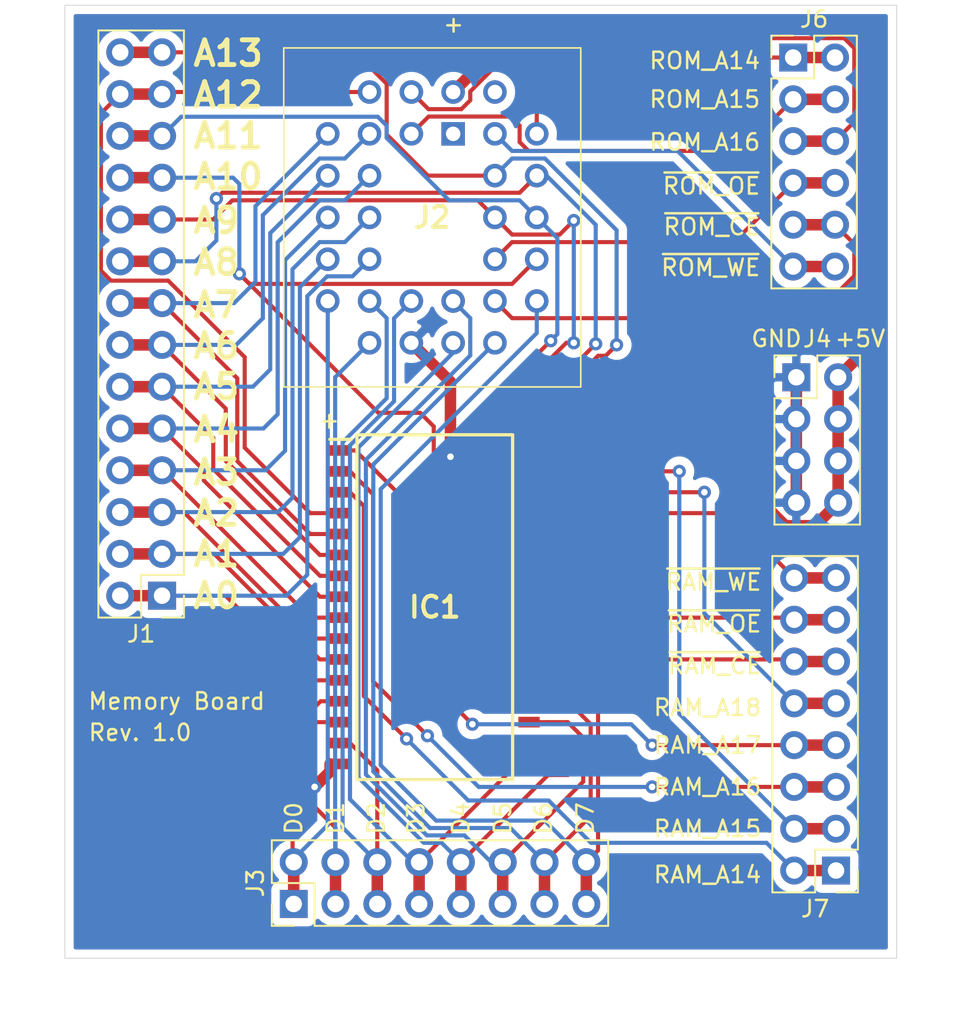
<source format=kicad_pcb>
(kicad_pcb (version 20171130) (host pcbnew "(5.1.6)-1")

  (general
    (thickness 1.6)
    (drawings 46)
    (tracks 380)
    (zones 0)
    (modules 7)
    (nets 39)
  )

  (page A4)
  (layers
    (0 F.Cu signal)
    (31 B.Cu signal)
    (32 B.Adhes user)
    (33 F.Adhes user)
    (34 B.Paste user)
    (35 F.Paste user)
    (36 B.SilkS user)
    (37 F.SilkS user)
    (38 B.Mask user)
    (39 F.Mask user)
    (40 Dwgs.User user)
    (41 Cmts.User user)
    (42 Eco1.User user)
    (43 Eco2.User user)
    (44 Edge.Cuts user)
    (45 Margin user)
    (46 B.CrtYd user)
    (47 F.CrtYd user)
    (48 B.Fab user)
    (49 F.Fab user)
  )

  (setup
    (last_trace_width 0.25)
    (user_trace_width 0.7)
    (trace_clearance 0.2)
    (zone_clearance 0.508)
    (zone_45_only no)
    (trace_min 0.2)
    (via_size 0.8)
    (via_drill 0.4)
    (via_min_size 0.4)
    (via_min_drill 0.3)
    (uvia_size 0.3)
    (uvia_drill 0.1)
    (uvias_allowed no)
    (uvia_min_size 0.2)
    (uvia_min_drill 0.1)
    (edge_width 0.05)
    (segment_width 0.2)
    (pcb_text_width 0.3)
    (pcb_text_size 1.5 1.5)
    (mod_edge_width 0.12)
    (mod_text_size 1 1)
    (mod_text_width 0.15)
    (pad_size 1.524 1.524)
    (pad_drill 0.762)
    (pad_to_mask_clearance 0.05)
    (aux_axis_origin 0 0)
    (visible_elements 7FFFFFFF)
    (pcbplotparams
      (layerselection 0x010fc_ffffffff)
      (usegerberextensions false)
      (usegerberattributes true)
      (usegerberadvancedattributes true)
      (creategerberjobfile true)
      (excludeedgelayer true)
      (linewidth 0.100000)
      (plotframeref false)
      (viasonmask false)
      (mode 1)
      (useauxorigin false)
      (hpglpennumber 1)
      (hpglpenspeed 20)
      (hpglpendiameter 15.000000)
      (psnegative false)
      (psa4output false)
      (plotreference true)
      (plotvalue true)
      (plotinvisibletext false)
      (padsonsilk false)
      (subtractmaskfromsilk false)
      (outputformat 1)
      (mirror false)
      (drillshape 1)
      (scaleselection 1)
      (outputdirectory ""))
  )

  (net 0 "")
  (net 1 +5V)
  (net 2 /RAM_A15)
  (net 3 /~RAM_WE)
  (net 4 /A13)
  (net 5 /A8)
  (net 6 /A9)
  (net 7 /A11)
  (net 8 /~RAM_OE)
  (net 9 /A10)
  (net 10 /~RAM_CE)
  (net 11 /D7)
  (net 12 /D6)
  (net 13 /D5)
  (net 14 /D4)
  (net 15 /D3)
  (net 16 GND)
  (net 17 /D2)
  (net 18 /D1)
  (net 19 /D0)
  (net 20 /A0)
  (net 21 /A1)
  (net 22 /A2)
  (net 23 /A3)
  (net 24 /A4)
  (net 25 /A5)
  (net 26 /A6)
  (net 27 /A7)
  (net 28 /A12)
  (net 29 /RAM_A14)
  (net 30 /RAM_A16)
  (net 31 /~ROM_WE)
  (net 32 /ROM_A14)
  (net 33 /~ROM_OE)
  (net 34 /~ROM_CE)
  (net 35 /ROM_A15)
  (net 36 /ROM_A16)
  (net 37 /RAM_A18)
  (net 38 /RAM_A17)

  (net_class Default "This is the default net class."
    (clearance 0.2)
    (trace_width 0.25)
    (via_dia 0.8)
    (via_drill 0.4)
    (uvia_dia 0.3)
    (uvia_drill 0.1)
    (add_net +5V)
    (add_net /A0)
    (add_net /A1)
    (add_net /A10)
    (add_net /A11)
    (add_net /A12)
    (add_net /A13)
    (add_net /A2)
    (add_net /A3)
    (add_net /A4)
    (add_net /A5)
    (add_net /A6)
    (add_net /A7)
    (add_net /A8)
    (add_net /A9)
    (add_net /D0)
    (add_net /D1)
    (add_net /D2)
    (add_net /D3)
    (add_net /D4)
    (add_net /D5)
    (add_net /D6)
    (add_net /D7)
    (add_net /RAM_A14)
    (add_net /RAM_A15)
    (add_net /RAM_A16)
    (add_net /RAM_A17)
    (add_net /RAM_A18)
    (add_net /ROM_A14)
    (add_net /ROM_A15)
    (add_net /ROM_A16)
    (add_net /~RAM_CE)
    (add_net /~RAM_OE)
    (add_net /~RAM_WE)
    (add_net /~ROM_CE)
    (add_net /~ROM_OE)
    (add_net /~ROM_WE)
    (add_net GND)
  )

  (module Connector_PinHeader_2.54mm:PinHeader_2x08_P2.54mm_Vertical (layer F.Cu) (tedit 59FED5CC) (tstamp 5F654612)
    (at 143.256 116.586 180)
    (descr "Through hole straight pin header, 2x08, 2.54mm pitch, double rows")
    (tags "Through hole pin header THT 2x08 2.54mm double row")
    (path /5F686725)
    (fp_text reference J7 (at 1.27 -2.33) (layer F.SilkS)
      (effects (font (size 1 1) (thickness 0.15)))
    )
    (fp_text value Conn_02x08_Odd_Even (at 1.27 20.11) (layer F.Fab)
      (effects (font (size 1 1) (thickness 0.15)))
    )
    (fp_text user %R (at 1.27 8.89 90) (layer F.Fab)
      (effects (font (size 1 1) (thickness 0.15)))
    )
    (fp_line (start 0 -1.27) (end 3.81 -1.27) (layer F.Fab) (width 0.1))
    (fp_line (start 3.81 -1.27) (end 3.81 19.05) (layer F.Fab) (width 0.1))
    (fp_line (start 3.81 19.05) (end -1.27 19.05) (layer F.Fab) (width 0.1))
    (fp_line (start -1.27 19.05) (end -1.27 0) (layer F.Fab) (width 0.1))
    (fp_line (start -1.27 0) (end 0 -1.27) (layer F.Fab) (width 0.1))
    (fp_line (start -1.33 19.11) (end 3.87 19.11) (layer F.SilkS) (width 0.12))
    (fp_line (start -1.33 1.27) (end -1.33 19.11) (layer F.SilkS) (width 0.12))
    (fp_line (start 3.87 -1.33) (end 3.87 19.11) (layer F.SilkS) (width 0.12))
    (fp_line (start -1.33 1.27) (end 1.27 1.27) (layer F.SilkS) (width 0.12))
    (fp_line (start 1.27 1.27) (end 1.27 -1.33) (layer F.SilkS) (width 0.12))
    (fp_line (start 1.27 -1.33) (end 3.87 -1.33) (layer F.SilkS) (width 0.12))
    (fp_line (start -1.33 0) (end -1.33 -1.33) (layer F.SilkS) (width 0.12))
    (fp_line (start -1.33 -1.33) (end 0 -1.33) (layer F.SilkS) (width 0.12))
    (fp_line (start -1.8 -1.8) (end -1.8 19.55) (layer F.CrtYd) (width 0.05))
    (fp_line (start -1.8 19.55) (end 4.35 19.55) (layer F.CrtYd) (width 0.05))
    (fp_line (start 4.35 19.55) (end 4.35 -1.8) (layer F.CrtYd) (width 0.05))
    (fp_line (start 4.35 -1.8) (end -1.8 -1.8) (layer F.CrtYd) (width 0.05))
    (pad 16 thru_hole oval (at 2.54 17.78 180) (size 1.7 1.7) (drill 1) (layers *.Cu *.Mask)
      (net 3 /~RAM_WE))
    (pad 15 thru_hole oval (at 0 17.78 180) (size 1.7 1.7) (drill 1) (layers *.Cu *.Mask)
      (net 3 /~RAM_WE))
    (pad 14 thru_hole oval (at 2.54 15.24 180) (size 1.7 1.7) (drill 1) (layers *.Cu *.Mask)
      (net 8 /~RAM_OE))
    (pad 13 thru_hole oval (at 0 15.24 180) (size 1.7 1.7) (drill 1) (layers *.Cu *.Mask)
      (net 8 /~RAM_OE))
    (pad 12 thru_hole oval (at 2.54 12.7 180) (size 1.7 1.7) (drill 1) (layers *.Cu *.Mask)
      (net 10 /~RAM_CE))
    (pad 11 thru_hole oval (at 0 12.7 180) (size 1.7 1.7) (drill 1) (layers *.Cu *.Mask)
      (net 10 /~RAM_CE))
    (pad 10 thru_hole oval (at 2.54 10.16 180) (size 1.7 1.7) (drill 1) (layers *.Cu *.Mask)
      (net 37 /RAM_A18))
    (pad 9 thru_hole oval (at 0 10.16 180) (size 1.7 1.7) (drill 1) (layers *.Cu *.Mask)
      (net 37 /RAM_A18))
    (pad 8 thru_hole oval (at 2.54 7.62 180) (size 1.7 1.7) (drill 1) (layers *.Cu *.Mask)
      (net 38 /RAM_A17))
    (pad 7 thru_hole oval (at 0 7.62 180) (size 1.7 1.7) (drill 1) (layers *.Cu *.Mask)
      (net 38 /RAM_A17))
    (pad 6 thru_hole oval (at 2.54 5.08 180) (size 1.7 1.7) (drill 1) (layers *.Cu *.Mask)
      (net 30 /RAM_A16))
    (pad 5 thru_hole oval (at 0 5.08 180) (size 1.7 1.7) (drill 1) (layers *.Cu *.Mask)
      (net 30 /RAM_A16))
    (pad 4 thru_hole oval (at 2.54 2.54 180) (size 1.7 1.7) (drill 1) (layers *.Cu *.Mask)
      (net 2 /RAM_A15))
    (pad 3 thru_hole oval (at 0 2.54 180) (size 1.7 1.7) (drill 1) (layers *.Cu *.Mask)
      (net 2 /RAM_A15))
    (pad 2 thru_hole oval (at 2.54 0 180) (size 1.7 1.7) (drill 1) (layers *.Cu *.Mask)
      (net 29 /RAM_A14))
    (pad 1 thru_hole rect (at 0 0 180) (size 1.7 1.7) (drill 1) (layers *.Cu *.Mask)
      (net 29 /RAM_A14))
    (model ${KISYS3DMOD}/Connector_PinHeader_2.54mm.3dshapes/PinHeader_2x08_P2.54mm_Vertical.wrl
      (at (xyz 0 0 0))
      (scale (xyz 1 1 1))
      (rotate (xyz 0 0 0))
    )
  )

  (module SamacSys_Parts:SOIC127P1176X120-32N (layer F.Cu) (tedit 0) (tstamp 5F65372A)
    (at 118.872 100.584)
    (descr "32L 400mil TSOP-2")
    (tags "Integrated Circuit")
    (path /5F65AB95)
    (attr smd)
    (fp_text reference IC1 (at 0 0) (layer F.SilkS)
      (effects (font (size 1.27 1.27) (thickness 0.254)))
    )
    (fp_text value IS61C5128AS-25TLI (at 0 0) (layer F.SilkS) hide
      (effects (font (size 1.27 1.27) (thickness 0.254)))
    )
    (fp_text user %R (at 0 0) (layer F.Fab)
      (effects (font (size 1.27 1.27) (thickness 0.254)))
    )
    (fp_line (start -6.625 -10.79) (end 6.625 -10.79) (layer F.CrtYd) (width 0.05))
    (fp_line (start 6.625 -10.79) (end 6.625 10.79) (layer F.CrtYd) (width 0.05))
    (fp_line (start 6.625 10.79) (end -6.625 10.79) (layer F.CrtYd) (width 0.05))
    (fp_line (start -6.625 10.79) (end -6.625 -10.79) (layer F.CrtYd) (width 0.05))
    (fp_line (start -5.08 -10.475) (end 5.08 -10.475) (layer F.Fab) (width 0.1))
    (fp_line (start 5.08 -10.475) (end 5.08 10.475) (layer F.Fab) (width 0.1))
    (fp_line (start 5.08 10.475) (end -5.08 10.475) (layer F.Fab) (width 0.1))
    (fp_line (start -5.08 10.475) (end -5.08 -10.475) (layer F.Fab) (width 0.1))
    (fp_line (start -5.08 -9.205) (end -3.81 -10.475) (layer F.Fab) (width 0.1))
    (fp_line (start -4.73 -10.475) (end 4.73 -10.475) (layer F.SilkS) (width 0.2))
    (fp_line (start 4.73 -10.475) (end 4.73 10.475) (layer F.SilkS) (width 0.2))
    (fp_line (start 4.73 10.475) (end -4.73 10.475) (layer F.SilkS) (width 0.2))
    (fp_line (start -4.73 10.475) (end -4.73 -10.475) (layer F.SilkS) (width 0.2))
    (fp_line (start -6.375 -10.2) (end -5.08 -10.2) (layer F.SilkS) (width 0.2))
    (pad 32 smd rect (at 5.728 -9.525 90) (size 0.65 1.295) (layers F.Cu F.Paste F.Mask)
      (net 1 +5V))
    (pad 31 smd rect (at 5.728 -8.255 90) (size 0.65 1.295) (layers F.Cu F.Paste F.Mask)
      (net 2 /RAM_A15))
    (pad 30 smd rect (at 5.728 -6.985 90) (size 0.65 1.295) (layers F.Cu F.Paste F.Mask)
      (net 37 /RAM_A18))
    (pad 29 smd rect (at 5.728 -5.715 90) (size 0.65 1.295) (layers F.Cu F.Paste F.Mask)
      (net 3 /~RAM_WE))
    (pad 28 smd rect (at 5.728 -4.445 90) (size 0.65 1.295) (layers F.Cu F.Paste F.Mask)
      (net 4 /A13))
    (pad 27 smd rect (at 5.728 -3.175 90) (size 0.65 1.295) (layers F.Cu F.Paste F.Mask)
      (net 5 /A8))
    (pad 26 smd rect (at 5.728 -1.905 90) (size 0.65 1.295) (layers F.Cu F.Paste F.Mask)
      (net 6 /A9))
    (pad 25 smd rect (at 5.728 -0.635 90) (size 0.65 1.295) (layers F.Cu F.Paste F.Mask)
      (net 7 /A11))
    (pad 24 smd rect (at 5.728 0.635 90) (size 0.65 1.295) (layers F.Cu F.Paste F.Mask)
      (net 8 /~RAM_OE))
    (pad 23 smd rect (at 5.728 1.905 90) (size 0.65 1.295) (layers F.Cu F.Paste F.Mask)
      (net 9 /A10))
    (pad 22 smd rect (at 5.728 3.175 90) (size 0.65 1.295) (layers F.Cu F.Paste F.Mask)
      (net 10 /~RAM_CE))
    (pad 21 smd rect (at 5.728 4.445 90) (size 0.65 1.295) (layers F.Cu F.Paste F.Mask)
      (net 11 /D7))
    (pad 20 smd rect (at 5.728 5.715 90) (size 0.65 1.295) (layers F.Cu F.Paste F.Mask)
      (net 12 /D6))
    (pad 19 smd rect (at 5.728 6.985 90) (size 0.65 1.295) (layers F.Cu F.Paste F.Mask)
      (net 13 /D5))
    (pad 18 smd rect (at 5.728 8.255 90) (size 0.65 1.295) (layers F.Cu F.Paste F.Mask)
      (net 14 /D4))
    (pad 17 smd rect (at 5.728 9.525 90) (size 0.65 1.295) (layers F.Cu F.Paste F.Mask)
      (net 15 /D3))
    (pad 16 smd rect (at -5.728 9.525 90) (size 0.65 1.295) (layers F.Cu F.Paste F.Mask)
      (net 16 GND))
    (pad 15 smd rect (at -5.728 8.255 90) (size 0.65 1.295) (layers F.Cu F.Paste F.Mask)
      (net 17 /D2))
    (pad 14 smd rect (at -5.728 6.985 90) (size 0.65 1.295) (layers F.Cu F.Paste F.Mask)
      (net 18 /D1))
    (pad 13 smd rect (at -5.728 5.715 90) (size 0.65 1.295) (layers F.Cu F.Paste F.Mask)
      (net 19 /D0))
    (pad 12 smd rect (at -5.728 4.445 90) (size 0.65 1.295) (layers F.Cu F.Paste F.Mask)
      (net 20 /A0))
    (pad 11 smd rect (at -5.728 3.175 90) (size 0.65 1.295) (layers F.Cu F.Paste F.Mask)
      (net 21 /A1))
    (pad 10 smd rect (at -5.728 1.905 90) (size 0.65 1.295) (layers F.Cu F.Paste F.Mask)
      (net 22 /A2))
    (pad 9 smd rect (at -5.728 0.635 90) (size 0.65 1.295) (layers F.Cu F.Paste F.Mask)
      (net 23 /A3))
    (pad 8 smd rect (at -5.728 -0.635 90) (size 0.65 1.295) (layers F.Cu F.Paste F.Mask)
      (net 24 /A4))
    (pad 7 smd rect (at -5.728 -1.905 90) (size 0.65 1.295) (layers F.Cu F.Paste F.Mask)
      (net 25 /A5))
    (pad 6 smd rect (at -5.728 -3.175 90) (size 0.65 1.295) (layers F.Cu F.Paste F.Mask)
      (net 26 /A6))
    (pad 5 smd rect (at -5.728 -4.445 90) (size 0.65 1.295) (layers F.Cu F.Paste F.Mask)
      (net 27 /A7))
    (pad 4 smd rect (at -5.728 -5.715 90) (size 0.65 1.295) (layers F.Cu F.Paste F.Mask)
      (net 28 /A12))
    (pad 3 smd rect (at -5.728 -6.985 90) (size 0.65 1.295) (layers F.Cu F.Paste F.Mask)
      (net 29 /RAM_A14))
    (pad 2 smd rect (at -5.728 -8.255 90) (size 0.65 1.295) (layers F.Cu F.Paste F.Mask)
      (net 30 /RAM_A16))
    (pad 1 smd rect (at -5.728 -9.525 90) (size 0.65 1.295) (layers F.Cu F.Paste F.Mask)
      (net 38 /RAM_A17))
    (model "D:\\docs\\GitHub\\DIY\\zx\\pentagon 128 portable\\KiCad\\SamacSys_Parts.3dshapes\\IS61C5128AS-25TLI.stp"
      (at (xyz 0 0 0))
      (scale (xyz 1 1 1))
      (rotate (xyz 0 0 0))
    )
  )

  (module SamacSys_Parts:843211B1RKTP (layer F.Cu) (tedit 0) (tstamp 5F60C4CE)
    (at 119.9885 71.82)
    (descr 8432-11B1-RK-TP-1)
    (tags Connector)
    (path /5F607CAE)
    (fp_text reference J2 (at -1.27 5.08) (layer F.SilkS)
      (effects (font (size 1.27 1.27) (thickness 0.254)))
    )
    (fp_text value 8432-11B1-RK-TP (at -1.27 5.08) (layer F.SilkS) hide
      (effects (font (size 1.27 1.27) (thickness 0.254)))
    )
    (fp_line (start -11.295 16.38) (end -11.295 -6.22) (layer F.CrtYd) (width 0.1))
    (fp_line (start 8.755 16.38) (end -11.295 16.38) (layer F.CrtYd) (width 0.1))
    (fp_line (start 8.755 -6.22) (end 8.755 16.38) (layer F.CrtYd) (width 0.1))
    (fp_line (start -11.295 -6.22) (end 8.755 -6.22) (layer F.CrtYd) (width 0.1))
    (fp_line (start -10.295 15.38) (end -10.295 -5.22) (layer F.SilkS) (width 0.1))
    (fp_line (start 7.755 15.38) (end -10.295 15.38) (layer F.SilkS) (width 0.1))
    (fp_line (start 7.755 -5.22) (end 7.755 15.38) (layer F.SilkS) (width 0.1))
    (fp_line (start -10.295 -5.22) (end 7.755 -5.22) (layer F.SilkS) (width 0.1))
    (fp_line (start -10.295 -5.22) (end -10.295 15.38) (layer F.Fab) (width 0.2))
    (fp_line (start 7.755 -5.22) (end -10.295 -5.22) (layer F.Fab) (width 0.2))
    (fp_line (start 7.755 15.38) (end 7.755 -5.22) (layer F.Fab) (width 0.2))
    (fp_line (start -10.295 15.38) (end 7.755 15.38) (layer F.Fab) (width 0.2))
    (fp_text user %R (at -1.27 5.08) (layer F.Fab)
      (effects (font (size 1.27 1.27) (thickness 0.254)))
    )
    (pad 32 thru_hole circle (at 0 -2.54) (size 1.43 1.43) (drill 0.88) (layers *.Cu *.Mask)
      (net 1 +5V))
    (pad 31 thru_hole circle (at 2.54 0) (size 1.43 1.43) (drill 0.88) (layers *.Cu *.Mask)
      (net 31 /~ROM_WE))
    (pad 30 thru_hole circle (at 2.54 -2.54) (size 1.43 1.43) (drill 0.88) (layers *.Cu *.Mask))
    (pad 29 thru_hole circle (at 5.08 0) (size 1.43 1.43) (drill 0.88) (layers *.Cu *.Mask)
      (net 32 /ROM_A14))
    (pad 28 thru_hole circle (at 2.54 2.54) (size 1.43 1.43) (drill 0.88) (layers *.Cu *.Mask)
      (net 4 /A13))
    (pad 27 thru_hole circle (at 5.08 2.54) (size 1.43 1.43) (drill 0.88) (layers *.Cu *.Mask)
      (net 5 /A8))
    (pad 26 thru_hole circle (at 2.54 5.08) (size 1.43 1.43) (drill 0.88) (layers *.Cu *.Mask)
      (net 6 /A9))
    (pad 25 thru_hole circle (at 5.08 5.08) (size 1.43 1.43) (drill 0.88) (layers *.Cu *.Mask)
      (net 7 /A11))
    (pad 24 thru_hole circle (at 2.54 7.62) (size 1.43 1.43) (drill 0.88) (layers *.Cu *.Mask)
      (net 33 /~ROM_OE))
    (pad 23 thru_hole circle (at 5.08 7.62) (size 1.43 1.43) (drill 0.88) (layers *.Cu *.Mask)
      (net 9 /A10))
    (pad 22 thru_hole circle (at 2.54 10.16) (size 1.43 1.43) (drill 0.88) (layers *.Cu *.Mask)
      (net 34 /~ROM_CE))
    (pad 21 thru_hole circle (at 5.08 10.16) (size 1.43 1.43) (drill 0.88) (layers *.Cu *.Mask)
      (net 11 /D7))
    (pad 20 thru_hole circle (at 2.54 12.7) (size 1.43 1.43) (drill 0.88) (layers *.Cu *.Mask)
      (net 12 /D6))
    (pad 19 thru_hole circle (at 0 10.16) (size 1.43 1.43) (drill 0.88) (layers *.Cu *.Mask)
      (net 13 /D5))
    (pad 18 thru_hole circle (at 0 12.7) (size 1.43 1.43) (drill 0.88) (layers *.Cu *.Mask)
      (net 14 /D4))
    (pad 17 thru_hole circle (at -2.54 10.16) (size 1.43 1.43) (drill 0.88) (layers *.Cu *.Mask)
      (net 15 /D3))
    (pad 16 thru_hole circle (at -2.54 12.7) (size 1.43 1.43) (drill 0.88) (layers *.Cu *.Mask)
      (net 16 GND))
    (pad 15 thru_hole circle (at -5.08 10.16) (size 1.43 1.43) (drill 0.88) (layers *.Cu *.Mask)
      (net 17 /D2))
    (pad 14 thru_hole circle (at -5.08 12.7) (size 1.43 1.43) (drill 0.88) (layers *.Cu *.Mask)
      (net 18 /D1))
    (pad 13 thru_hole circle (at -7.62 10.16) (size 1.43 1.43) (drill 0.88) (layers *.Cu *.Mask)
      (net 19 /D0))
    (pad 12 thru_hole circle (at -5.08 7.62) (size 1.43 1.43) (drill 0.88) (layers *.Cu *.Mask)
      (net 20 /A0))
    (pad 11 thru_hole circle (at -7.62 7.62) (size 1.43 1.43) (drill 0.88) (layers *.Cu *.Mask)
      (net 21 /A1))
    (pad 10 thru_hole circle (at -5.08 5.08) (size 1.43 1.43) (drill 0.88) (layers *.Cu *.Mask)
      (net 22 /A2))
    (pad 9 thru_hole circle (at -7.62 5.08) (size 1.43 1.43) (drill 0.88) (layers *.Cu *.Mask)
      (net 23 /A3))
    (pad 8 thru_hole circle (at -5.08 2.54) (size 1.43 1.43) (drill 0.88) (layers *.Cu *.Mask)
      (net 24 /A4))
    (pad 7 thru_hole circle (at -7.62 2.54) (size 1.43 1.43) (drill 0.88) (layers *.Cu *.Mask)
      (net 25 /A5))
    (pad 6 thru_hole circle (at -5.08 0) (size 1.43 1.43) (drill 0.88) (layers *.Cu *.Mask)
      (net 26 /A6))
    (pad 5 thru_hole circle (at -7.62 0) (size 1.43 1.43) (drill 0.88) (layers *.Cu *.Mask)
      (net 27 /A7))
    (pad 4 thru_hole circle (at -5.08 -2.54) (size 1.43 1.43) (drill 0.88) (layers *.Cu *.Mask)
      (net 28 /A12))
    (pad 3 thru_hole circle (at -2.54 0) (size 1.43 1.43) (drill 0.88) (layers *.Cu *.Mask)
      (net 35 /ROM_A15))
    (pad 2 thru_hole circle (at -2.54 -2.54) (size 1.43 1.43) (drill 0.88) (layers *.Cu *.Mask)
      (net 36 /ROM_A16))
    (pad 1 thru_hole rect (at 0 0) (size 1.43 1.43) (drill 0.88) (layers *.Cu *.Mask))
    (model "D:\\docs\\GitHub\\DIY\\zx\\pentagon 128 portable\\KiCad\\SamacSys_Parts.3dshapes\\8432-11B1-RK-TP.stp"
      (at (xyz 0 0 0))
      (scale (xyz 1 1 1))
      (rotate (xyz 0 0 0))
    )
  )

  (module Connector_PinHeader_2.54mm:PinHeader_2x06_P2.54mm_Vertical (layer F.Cu) (tedit 59FED5CC) (tstamp 5F60C556)
    (at 140.6525 67.183)
    (descr "Through hole straight pin header, 2x06, 2.54mm pitch, double rows")
    (tags "Through hole pin header THT 2x06 2.54mm double row")
    (path /5F894915)
    (fp_text reference J6 (at 1.27 -2.33) (layer F.SilkS)
      (effects (font (size 1 1) (thickness 0.15)))
    )
    (fp_text value Conn_02x06_Odd_Even (at 1.27 15.03) (layer F.Fab)
      (effects (font (size 1 1) (thickness 0.15)))
    )
    (fp_line (start 4.35 -1.8) (end -1.8 -1.8) (layer F.CrtYd) (width 0.05))
    (fp_line (start 4.35 14.5) (end 4.35 -1.8) (layer F.CrtYd) (width 0.05))
    (fp_line (start -1.8 14.5) (end 4.35 14.5) (layer F.CrtYd) (width 0.05))
    (fp_line (start -1.8 -1.8) (end -1.8 14.5) (layer F.CrtYd) (width 0.05))
    (fp_line (start -1.33 -1.33) (end 0 -1.33) (layer F.SilkS) (width 0.12))
    (fp_line (start -1.33 0) (end -1.33 -1.33) (layer F.SilkS) (width 0.12))
    (fp_line (start 1.27 -1.33) (end 3.87 -1.33) (layer F.SilkS) (width 0.12))
    (fp_line (start 1.27 1.27) (end 1.27 -1.33) (layer F.SilkS) (width 0.12))
    (fp_line (start -1.33 1.27) (end 1.27 1.27) (layer F.SilkS) (width 0.12))
    (fp_line (start 3.87 -1.33) (end 3.87 14.03) (layer F.SilkS) (width 0.12))
    (fp_line (start -1.33 1.27) (end -1.33 14.03) (layer F.SilkS) (width 0.12))
    (fp_line (start -1.33 14.03) (end 3.87 14.03) (layer F.SilkS) (width 0.12))
    (fp_line (start -1.27 0) (end 0 -1.27) (layer F.Fab) (width 0.1))
    (fp_line (start -1.27 13.97) (end -1.27 0) (layer F.Fab) (width 0.1))
    (fp_line (start 3.81 13.97) (end -1.27 13.97) (layer F.Fab) (width 0.1))
    (fp_line (start 3.81 -1.27) (end 3.81 13.97) (layer F.Fab) (width 0.1))
    (fp_line (start 0 -1.27) (end 3.81 -1.27) (layer F.Fab) (width 0.1))
    (fp_text user %R (at 1.27 6.35 90) (layer F.Fab)
      (effects (font (size 1 1) (thickness 0.15)))
    )
    (pad 12 thru_hole oval (at 2.54 12.7) (size 1.7 1.7) (drill 1) (layers *.Cu *.Mask)
      (net 31 /~ROM_WE))
    (pad 11 thru_hole oval (at 0 12.7) (size 1.7 1.7) (drill 1) (layers *.Cu *.Mask)
      (net 31 /~ROM_WE))
    (pad 10 thru_hole oval (at 2.54 10.16) (size 1.7 1.7) (drill 1) (layers *.Cu *.Mask)
      (net 34 /~ROM_CE))
    (pad 9 thru_hole oval (at 0 10.16) (size 1.7 1.7) (drill 1) (layers *.Cu *.Mask)
      (net 34 /~ROM_CE))
    (pad 8 thru_hole oval (at 2.54 7.62) (size 1.7 1.7) (drill 1) (layers *.Cu *.Mask)
      (net 33 /~ROM_OE))
    (pad 7 thru_hole oval (at 0 7.62) (size 1.7 1.7) (drill 1) (layers *.Cu *.Mask)
      (net 33 /~ROM_OE))
    (pad 6 thru_hole oval (at 2.54 5.08) (size 1.7 1.7) (drill 1) (layers *.Cu *.Mask)
      (net 36 /ROM_A16))
    (pad 5 thru_hole oval (at 0 5.08) (size 1.7 1.7) (drill 1) (layers *.Cu *.Mask)
      (net 36 /ROM_A16))
    (pad 4 thru_hole oval (at 2.54 2.54) (size 1.7 1.7) (drill 1) (layers *.Cu *.Mask)
      (net 35 /ROM_A15))
    (pad 3 thru_hole oval (at 0 2.54) (size 1.7 1.7) (drill 1) (layers *.Cu *.Mask)
      (net 35 /ROM_A15))
    (pad 2 thru_hole oval (at 2.54 0) (size 1.7 1.7) (drill 1) (layers *.Cu *.Mask)
      (net 32 /ROM_A14))
    (pad 1 thru_hole rect (at 0 0) (size 1.7 1.7) (drill 1) (layers *.Cu *.Mask)
      (net 32 /ROM_A14))
    (model ${KISYS3DMOD}/Connector_PinHeader_2.54mm.3dshapes/PinHeader_2x06_P2.54mm_Vertical.wrl
      (at (xyz 0 0 0))
      (scale (xyz 1 1 1))
      (rotate (xyz 0 0 0))
    )
  )

  (module Connector_PinHeader_2.54mm:PinHeader_2x04_P2.54mm_Vertical (layer F.Cu) (tedit 59FED5CC) (tstamp 5F60C512)
    (at 140.843 86.614)
    (descr "Through hole straight pin header, 2x04, 2.54mm pitch, double rows")
    (tags "Through hole pin header THT 2x04 2.54mm double row")
    (path /5F8A2078)
    (fp_text reference J4 (at 1.27 -2.33) (layer F.SilkS)
      (effects (font (size 1 1) (thickness 0.15)))
    )
    (fp_text value Conn_02x04_Odd_Even (at 1.27 9.95) (layer F.Fab)
      (effects (font (size 1 1) (thickness 0.15)))
    )
    (fp_line (start 4.35 -1.8) (end -1.8 -1.8) (layer F.CrtYd) (width 0.05))
    (fp_line (start 4.35 9.4) (end 4.35 -1.8) (layer F.CrtYd) (width 0.05))
    (fp_line (start -1.8 9.4) (end 4.35 9.4) (layer F.CrtYd) (width 0.05))
    (fp_line (start -1.8 -1.8) (end -1.8 9.4) (layer F.CrtYd) (width 0.05))
    (fp_line (start -1.33 -1.33) (end 0 -1.33) (layer F.SilkS) (width 0.12))
    (fp_line (start -1.33 0) (end -1.33 -1.33) (layer F.SilkS) (width 0.12))
    (fp_line (start 1.27 -1.33) (end 3.87 -1.33) (layer F.SilkS) (width 0.12))
    (fp_line (start 1.27 1.27) (end 1.27 -1.33) (layer F.SilkS) (width 0.12))
    (fp_line (start -1.33 1.27) (end 1.27 1.27) (layer F.SilkS) (width 0.12))
    (fp_line (start 3.87 -1.33) (end 3.87 8.95) (layer F.SilkS) (width 0.12))
    (fp_line (start -1.33 1.27) (end -1.33 8.95) (layer F.SilkS) (width 0.12))
    (fp_line (start -1.33 8.95) (end 3.87 8.95) (layer F.SilkS) (width 0.12))
    (fp_line (start -1.27 0) (end 0 -1.27) (layer F.Fab) (width 0.1))
    (fp_line (start -1.27 8.89) (end -1.27 0) (layer F.Fab) (width 0.1))
    (fp_line (start 3.81 8.89) (end -1.27 8.89) (layer F.Fab) (width 0.1))
    (fp_line (start 3.81 -1.27) (end 3.81 8.89) (layer F.Fab) (width 0.1))
    (fp_line (start 0 -1.27) (end 3.81 -1.27) (layer F.Fab) (width 0.1))
    (fp_text user %R (at 1.27 3.81 90) (layer F.Fab)
      (effects (font (size 1 1) (thickness 0.15)))
    )
    (pad 8 thru_hole oval (at 2.54 7.62) (size 1.7 1.7) (drill 1) (layers *.Cu *.Mask)
      (net 1 +5V))
    (pad 7 thru_hole oval (at 0 7.62) (size 1.7 1.7) (drill 1) (layers *.Cu *.Mask)
      (net 16 GND))
    (pad 6 thru_hole oval (at 2.54 5.08) (size 1.7 1.7) (drill 1) (layers *.Cu *.Mask)
      (net 1 +5V))
    (pad 5 thru_hole oval (at 0 5.08) (size 1.7 1.7) (drill 1) (layers *.Cu *.Mask)
      (net 16 GND))
    (pad 4 thru_hole oval (at 2.54 2.54) (size 1.7 1.7) (drill 1) (layers *.Cu *.Mask)
      (net 1 +5V))
    (pad 3 thru_hole oval (at 0 2.54) (size 1.7 1.7) (drill 1) (layers *.Cu *.Mask)
      (net 16 GND))
    (pad 2 thru_hole oval (at 2.54 0) (size 1.7 1.7) (drill 1) (layers *.Cu *.Mask)
      (net 1 +5V))
    (pad 1 thru_hole rect (at 0 0) (size 1.7 1.7) (drill 1) (layers *.Cu *.Mask)
      (net 16 GND))
    (model ${KISYS3DMOD}/Connector_PinHeader_2.54mm.3dshapes/PinHeader_2x04_P2.54mm_Vertical.wrl
      (at (xyz 0 0 0))
      (scale (xyz 1 1 1))
      (rotate (xyz 0 0 0))
    )
  )

  (module Connector_PinHeader_2.54mm:PinHeader_2x08_P2.54mm_Vertical (layer F.Cu) (tedit 59FED5CC) (tstamp 5F60C4F4)
    (at 110.2995 118.618 90)
    (descr "Through hole straight pin header, 2x08, 2.54mm pitch, double rows")
    (tags "Through hole pin header THT 2x08 2.54mm double row")
    (path /5F742A9A)
    (fp_text reference J3 (at 1.27 -2.33 90) (layer F.SilkS)
      (effects (font (size 1 1) (thickness 0.15)))
    )
    (fp_text value Conn_02x08_Odd_Even (at 1.27 20.11 90) (layer F.Fab)
      (effects (font (size 1 1) (thickness 0.15)))
    )
    (fp_line (start 4.35 -1.8) (end -1.8 -1.8) (layer F.CrtYd) (width 0.05))
    (fp_line (start 4.35 19.55) (end 4.35 -1.8) (layer F.CrtYd) (width 0.05))
    (fp_line (start -1.8 19.55) (end 4.35 19.55) (layer F.CrtYd) (width 0.05))
    (fp_line (start -1.8 -1.8) (end -1.8 19.55) (layer F.CrtYd) (width 0.05))
    (fp_line (start -1.33 -1.33) (end 0 -1.33) (layer F.SilkS) (width 0.12))
    (fp_line (start -1.33 0) (end -1.33 -1.33) (layer F.SilkS) (width 0.12))
    (fp_line (start 1.27 -1.33) (end 3.87 -1.33) (layer F.SilkS) (width 0.12))
    (fp_line (start 1.27 1.27) (end 1.27 -1.33) (layer F.SilkS) (width 0.12))
    (fp_line (start -1.33 1.27) (end 1.27 1.27) (layer F.SilkS) (width 0.12))
    (fp_line (start 3.87 -1.33) (end 3.87 19.11) (layer F.SilkS) (width 0.12))
    (fp_line (start -1.33 1.27) (end -1.33 19.11) (layer F.SilkS) (width 0.12))
    (fp_line (start -1.33 19.11) (end 3.87 19.11) (layer F.SilkS) (width 0.12))
    (fp_line (start -1.27 0) (end 0 -1.27) (layer F.Fab) (width 0.1))
    (fp_line (start -1.27 19.05) (end -1.27 0) (layer F.Fab) (width 0.1))
    (fp_line (start 3.81 19.05) (end -1.27 19.05) (layer F.Fab) (width 0.1))
    (fp_line (start 3.81 -1.27) (end 3.81 19.05) (layer F.Fab) (width 0.1))
    (fp_line (start 0 -1.27) (end 3.81 -1.27) (layer F.Fab) (width 0.1))
    (fp_text user %R (at 1.27 8.89) (layer F.Fab)
      (effects (font (size 1 1) (thickness 0.15)))
    )
    (pad 16 thru_hole oval (at 2.54 17.78 90) (size 1.7 1.7) (drill 1) (layers *.Cu *.Mask)
      (net 11 /D7))
    (pad 15 thru_hole oval (at 0 17.78 90) (size 1.7 1.7) (drill 1) (layers *.Cu *.Mask)
      (net 11 /D7))
    (pad 14 thru_hole oval (at 2.54 15.24 90) (size 1.7 1.7) (drill 1) (layers *.Cu *.Mask)
      (net 12 /D6))
    (pad 13 thru_hole oval (at 0 15.24 90) (size 1.7 1.7) (drill 1) (layers *.Cu *.Mask)
      (net 12 /D6))
    (pad 12 thru_hole oval (at 2.54 12.7 90) (size 1.7 1.7) (drill 1) (layers *.Cu *.Mask)
      (net 13 /D5))
    (pad 11 thru_hole oval (at 0 12.7 90) (size 1.7 1.7) (drill 1) (layers *.Cu *.Mask)
      (net 13 /D5))
    (pad 10 thru_hole oval (at 2.54 10.16 90) (size 1.7 1.7) (drill 1) (layers *.Cu *.Mask)
      (net 14 /D4))
    (pad 9 thru_hole oval (at 0 10.16 90) (size 1.7 1.7) (drill 1) (layers *.Cu *.Mask)
      (net 14 /D4))
    (pad 8 thru_hole oval (at 2.54 7.62 90) (size 1.7 1.7) (drill 1) (layers *.Cu *.Mask)
      (net 15 /D3))
    (pad 7 thru_hole oval (at 0 7.62 90) (size 1.7 1.7) (drill 1) (layers *.Cu *.Mask)
      (net 15 /D3))
    (pad 6 thru_hole oval (at 2.54 5.08 90) (size 1.7 1.7) (drill 1) (layers *.Cu *.Mask)
      (net 17 /D2))
    (pad 5 thru_hole oval (at 0 5.08 90) (size 1.7 1.7) (drill 1) (layers *.Cu *.Mask)
      (net 17 /D2))
    (pad 4 thru_hole oval (at 2.54 2.54 90) (size 1.7 1.7) (drill 1) (layers *.Cu *.Mask)
      (net 18 /D1))
    (pad 3 thru_hole oval (at 0 2.54 90) (size 1.7 1.7) (drill 1) (layers *.Cu *.Mask)
      (net 18 /D1))
    (pad 2 thru_hole oval (at 2.54 0 90) (size 1.7 1.7) (drill 1) (layers *.Cu *.Mask)
      (net 19 /D0))
    (pad 1 thru_hole rect (at 0 0 90) (size 1.7 1.7) (drill 1) (layers *.Cu *.Mask)
      (net 19 /D0))
    (model ${KISYS3DMOD}/Connector_PinHeader_2.54mm.3dshapes/PinHeader_2x08_P2.54mm_Vertical.wrl
      (at (xyz 0 0 0))
      (scale (xyz 1 1 1))
      (rotate (xyz 0 0 0))
    )
  )

  (module Connector_PinHeader_2.54mm:PinHeader_2x14_P2.54mm_Vertical (layer F.Cu) (tedit 59FED5CC) (tstamp 5F60C49D)
    (at 102.2985 99.8855 180)
    (descr "Through hole straight pin header, 2x14, 2.54mm pitch, double rows")
    (tags "Through hole pin header THT 2x14 2.54mm double row")
    (path /5F734626)
    (fp_text reference J1 (at 1.27 -2.33) (layer F.SilkS)
      (effects (font (size 1 1) (thickness 0.15)))
    )
    (fp_text value Conn_02x14_Odd_Even (at 1.27 35.35) (layer F.Fab)
      (effects (font (size 1 1) (thickness 0.15)))
    )
    (fp_line (start 4.35 -1.8) (end -1.8 -1.8) (layer F.CrtYd) (width 0.05))
    (fp_line (start 4.35 34.8) (end 4.35 -1.8) (layer F.CrtYd) (width 0.05))
    (fp_line (start -1.8 34.8) (end 4.35 34.8) (layer F.CrtYd) (width 0.05))
    (fp_line (start -1.8 -1.8) (end -1.8 34.8) (layer F.CrtYd) (width 0.05))
    (fp_line (start -1.33 -1.33) (end 0 -1.33) (layer F.SilkS) (width 0.12))
    (fp_line (start -1.33 0) (end -1.33 -1.33) (layer F.SilkS) (width 0.12))
    (fp_line (start 1.27 -1.33) (end 3.87 -1.33) (layer F.SilkS) (width 0.12))
    (fp_line (start 1.27 1.27) (end 1.27 -1.33) (layer F.SilkS) (width 0.12))
    (fp_line (start -1.33 1.27) (end 1.27 1.27) (layer F.SilkS) (width 0.12))
    (fp_line (start 3.87 -1.33) (end 3.87 34.35) (layer F.SilkS) (width 0.12))
    (fp_line (start -1.33 1.27) (end -1.33 34.35) (layer F.SilkS) (width 0.12))
    (fp_line (start -1.33 34.35) (end 3.87 34.35) (layer F.SilkS) (width 0.12))
    (fp_line (start -1.27 0) (end 0 -1.27) (layer F.Fab) (width 0.1))
    (fp_line (start -1.27 34.29) (end -1.27 0) (layer F.Fab) (width 0.1))
    (fp_line (start 3.81 34.29) (end -1.27 34.29) (layer F.Fab) (width 0.1))
    (fp_line (start 3.81 -1.27) (end 3.81 34.29) (layer F.Fab) (width 0.1))
    (fp_line (start 0 -1.27) (end 3.81 -1.27) (layer F.Fab) (width 0.1))
    (fp_text user %R (at 1.27 16.51 90) (layer F.Fab)
      (effects (font (size 1 1) (thickness 0.15)))
    )
    (pad 28 thru_hole oval (at 2.54 33.02 180) (size 1.7 1.7) (drill 1) (layers *.Cu *.Mask)
      (net 4 /A13))
    (pad 27 thru_hole oval (at 0 33.02 180) (size 1.7 1.7) (drill 1) (layers *.Cu *.Mask)
      (net 4 /A13))
    (pad 26 thru_hole oval (at 2.54 30.48 180) (size 1.7 1.7) (drill 1) (layers *.Cu *.Mask)
      (net 28 /A12))
    (pad 25 thru_hole oval (at 0 30.48 180) (size 1.7 1.7) (drill 1) (layers *.Cu *.Mask)
      (net 28 /A12))
    (pad 24 thru_hole oval (at 2.54 27.94 180) (size 1.7 1.7) (drill 1) (layers *.Cu *.Mask)
      (net 7 /A11))
    (pad 23 thru_hole oval (at 0 27.94 180) (size 1.7 1.7) (drill 1) (layers *.Cu *.Mask)
      (net 7 /A11))
    (pad 22 thru_hole oval (at 2.54 25.4 180) (size 1.7 1.7) (drill 1) (layers *.Cu *.Mask)
      (net 9 /A10))
    (pad 21 thru_hole oval (at 0 25.4 180) (size 1.7 1.7) (drill 1) (layers *.Cu *.Mask)
      (net 9 /A10))
    (pad 20 thru_hole oval (at 2.54 22.86 180) (size 1.7 1.7) (drill 1) (layers *.Cu *.Mask)
      (net 6 /A9))
    (pad 19 thru_hole oval (at 0 22.86 180) (size 1.7 1.7) (drill 1) (layers *.Cu *.Mask)
      (net 6 /A9))
    (pad 18 thru_hole oval (at 2.54 20.32 180) (size 1.7 1.7) (drill 1) (layers *.Cu *.Mask)
      (net 5 /A8))
    (pad 17 thru_hole oval (at 0 20.32 180) (size 1.7 1.7) (drill 1) (layers *.Cu *.Mask)
      (net 5 /A8))
    (pad 16 thru_hole oval (at 2.54 17.78 180) (size 1.7 1.7) (drill 1) (layers *.Cu *.Mask)
      (net 27 /A7))
    (pad 15 thru_hole oval (at 0 17.78 180) (size 1.7 1.7) (drill 1) (layers *.Cu *.Mask)
      (net 27 /A7))
    (pad 14 thru_hole oval (at 2.54 15.24 180) (size 1.7 1.7) (drill 1) (layers *.Cu *.Mask)
      (net 26 /A6))
    (pad 13 thru_hole oval (at 0 15.24 180) (size 1.7 1.7) (drill 1) (layers *.Cu *.Mask)
      (net 26 /A6))
    (pad 12 thru_hole oval (at 2.54 12.7 180) (size 1.7 1.7) (drill 1) (layers *.Cu *.Mask)
      (net 25 /A5))
    (pad 11 thru_hole oval (at 0 12.7 180) (size 1.7 1.7) (drill 1) (layers *.Cu *.Mask)
      (net 25 /A5))
    (pad 10 thru_hole oval (at 2.54 10.16 180) (size 1.7 1.7) (drill 1) (layers *.Cu *.Mask)
      (net 24 /A4))
    (pad 9 thru_hole oval (at 0 10.16 180) (size 1.7 1.7) (drill 1) (layers *.Cu *.Mask)
      (net 24 /A4))
    (pad 8 thru_hole oval (at 2.54 7.62 180) (size 1.7 1.7) (drill 1) (layers *.Cu *.Mask)
      (net 23 /A3))
    (pad 7 thru_hole oval (at 0 7.62 180) (size 1.7 1.7) (drill 1) (layers *.Cu *.Mask)
      (net 23 /A3))
    (pad 6 thru_hole oval (at 2.54 5.08 180) (size 1.7 1.7) (drill 1) (layers *.Cu *.Mask)
      (net 22 /A2))
    (pad 5 thru_hole oval (at 0 5.08 180) (size 1.7 1.7) (drill 1) (layers *.Cu *.Mask)
      (net 22 /A2))
    (pad 4 thru_hole oval (at 2.54 2.54 180) (size 1.7 1.7) (drill 1) (layers *.Cu *.Mask)
      (net 21 /A1))
    (pad 3 thru_hole oval (at 0 2.54 180) (size 1.7 1.7) (drill 1) (layers *.Cu *.Mask)
      (net 21 /A1))
    (pad 2 thru_hole oval (at 2.54 0 180) (size 1.7 1.7) (drill 1) (layers *.Cu *.Mask)
      (net 20 /A0))
    (pad 1 thru_hole rect (at 0 0 180) (size 1.7 1.7) (drill 1) (layers *.Cu *.Mask)
      (net 20 /A0))
    (model ${KISYS3DMOD}/Connector_PinHeader_2.54mm.3dshapes/PinHeader_2x14_P2.54mm_Vertical.wrl
      (at (xyz 0 0 0))
      (scale (xyz 1 1 1))
      (rotate (xyz 0 0 0))
    )
  )

  (gr_text RAM_A18 (at 135.4455 106.68) (layer F.SilkS) (tstamp 5F655259)
    (effects (font (size 1 1) (thickness 0.15)))
  )
  (gr_text RAM_A17 (at 135.4455 108.966) (layer F.SilkS) (tstamp 5F655252)
    (effects (font (size 1 1) (thickness 0.15)))
  )
  (gr_line (start 96.393 121.92) (end 96.393 64.008) (layer Edge.Cuts) (width 0.05) (tstamp 5F608752))
  (gr_line (start 146.939 121.92) (end 96.393 121.92) (layer Edge.Cuts) (width 0.05))
  (gr_line (start 146.939 64.008) (end 146.939 121.92) (layer Edge.Cuts) (width 0.05))
  (gr_line (start 96.393 64.008) (end 146.939 64.008) (layer Edge.Cuts) (width 0.05))
  (gr_text "Rev. 1.0" (at 100.965 108.204) (layer F.SilkS)
    (effects (font (size 1 1) (thickness 0.15)))
  )
  (gr_text "Memory Board" (at 103.1875 106.299) (layer F.SilkS)
    (effects (font (size 1 1) (thickness 0.15)))
  )
  (gr_text ROM_A14 (at 135.278857 67.3735) (layer F.SilkS) (tstamp 5F60D291)
    (effects (font (size 1 1) (thickness 0.15)))
  )
  (gr_text ROM_A15 (at 135.278857 69.723) (layer F.SilkS) (tstamp 5F60D28E)
    (effects (font (size 1 1) (thickness 0.15)))
  )
  (gr_text ROM_A16 (at 135.278857 72.3265) (layer F.SilkS) (tstamp 5F60D28A)
    (effects (font (size 1 1) (thickness 0.15)))
  )
  (gr_text ~ROM_OE (at 135.683619 74.9935) (layer F.SilkS) (tstamp 5F60D287)
    (effects (font (size 1 1) (thickness 0.15)))
  )
  (gr_text ~ROM_CE (at 135.707428 77.47) (layer F.SilkS) (tstamp 5F60D284)
    (effects (font (size 1 1) (thickness 0.15)))
  )
  (gr_text ~ROM_WE (at 135.636 79.9465) (layer F.SilkS)
    (effects (font (size 1 1) (thickness 0.15)))
  )
  (gr_text +5V (at 144.7165 84.2645) (layer F.SilkS)
    (effects (font (size 1 1) (thickness 0.15)))
  )
  (gr_text GND (at 139.6365 84.2645) (layer F.SilkS)
    (effects (font (size 1 1) (thickness 0.15)))
  )
  (gr_text + (at 120.015 65.151) (layer F.SilkS)
    (effects (font (size 1 1) (thickness 0.15)))
  )
  (gr_text + (at 112.4585 89.2175) (layer F.SilkS)
    (effects (font (size 1 1) (thickness 0.15)))
  )
  (gr_text ~RAM_WE (at 135.802643 99.06) (layer F.SilkS) (tstamp 5F60D278)
    (effects (font (size 1 1) (thickness 0.15)))
  )
  (gr_text ~RAM_CE (at 135.874071 104.14) (layer F.SilkS) (tstamp 5F60D275)
    (effects (font (size 1 1) (thickness 0.15)))
  )
  (gr_text ~RAM_OE (at 135.850262 101.6) (layer F.SilkS) (tstamp 5F60D272)
    (effects (font (size 1 1) (thickness 0.15)))
  )
  (gr_text RAM_A16 (at 135.4455 111.506) (layer F.SilkS) (tstamp 5F60D26F)
    (effects (font (size 1 1) (thickness 0.15)))
  )
  (gr_text RAM_A15 (at 135.4455 114.046) (layer F.SilkS) (tstamp 5F60D26C)
    (effects (font (size 1 1) (thickness 0.15)))
  )
  (gr_text RAM_A14 (at 135.4455 116.84) (layer F.SilkS)
    (effects (font (size 1 1) (thickness 0.15)))
  )
  (gr_text D7 (at 128.016 113.411 90) (layer F.SilkS) (tstamp 5F60D267)
    (effects (font (size 1 1) (thickness 0.15)))
  )
  (gr_text D6 (at 125.476 113.411 90) (layer F.SilkS) (tstamp 5F60D264)
    (effects (font (size 1 1) (thickness 0.15)))
  )
  (gr_text D5 (at 122.9995 113.411 90) (layer F.SilkS) (tstamp 5F60D261)
    (effects (font (size 1 1) (thickness 0.15)))
  )
  (gr_text D4 (at 120.4595 113.411 90) (layer F.SilkS) (tstamp 5F60D25E)
    (effects (font (size 1 1) (thickness 0.15)))
  )
  (gr_text D3 (at 117.729 113.411 90) (layer F.SilkS) (tstamp 5F60D25B)
    (effects (font (size 1 1) (thickness 0.15)))
  )
  (gr_text D2 (at 115.316 113.411 90) (layer F.SilkS) (tstamp 5F60D258)
    (effects (font (size 1 1) (thickness 0.15)))
  )
  (gr_text D1 (at 112.8395 113.411 90) (layer F.SilkS) (tstamp 5F60D255)
    (effects (font (size 1 1) (thickness 0.15)))
  )
  (gr_text D0 (at 110.2995 113.411 90) (layer F.SilkS)
    (effects (font (size 1 1) (thickness 0.15)))
  )
  (gr_text A0 (at 105.6005 99.8855) (layer F.SilkS) (tstamp 5F60D250)
    (effects (font (size 1.5 1.5) (thickness 0.3)))
  )
  (gr_text A1 (at 105.6005 97.3455) (layer F.SilkS) (tstamp 5F60D24D)
    (effects (font (size 1.5 1.5) (thickness 0.3)))
  )
  (gr_text A2 (at 105.6005 94.869) (layer F.SilkS) (tstamp 5F60D24A)
    (effects (font (size 1.5 1.5) (thickness 0.3)))
  )
  (gr_text A3 (at 105.6005 92.3925) (layer F.SilkS) (tstamp 5F60D247)
    (effects (font (size 1.5 1.5) (thickness 0.3)))
  )
  (gr_text A4 (at 105.6005 89.789) (layer F.SilkS) (tstamp 5F60D23C)
    (effects (font (size 1.5 1.5) (thickness 0.3)))
  )
  (gr_text A5 (at 105.6005 87.1855) (layer F.SilkS) (tstamp 5F60D239)
    (effects (font (size 1.5 1.5) (thickness 0.3)))
  )
  (gr_text A6 (at 105.6005 84.709) (layer F.SilkS) (tstamp 5F60D236)
    (effects (font (size 1.5 1.5) (thickness 0.3)))
  )
  (gr_text A7 (at 105.6005 82.2325) (layer F.SilkS) (tstamp 5F60D233)
    (effects (font (size 1.5 1.5) (thickness 0.3)))
  )
  (gr_text A8 (at 105.6005 79.629) (layer F.SilkS) (tstamp 5F60D230)
    (effects (font (size 1.5 1.5) (thickness 0.3)))
  )
  (gr_text A9 (at 105.6005 77.089) (layer F.SilkS) (tstamp 5F60D22C)
    (effects (font (size 1.5 1.5) (thickness 0.3)))
  )
  (gr_text A10 (at 106.314785 74.422) (layer F.SilkS) (tstamp 5F60D229)
    (effects (font (size 1.5 1.5) (thickness 0.3)))
  )
  (gr_text A11 (at 106.314785 71.9455) (layer F.SilkS) (tstamp 5F60D226)
    (effects (font (size 1.5 1.5) (thickness 0.3)))
  )
  (gr_text A12 (at 106.314785 69.469) (layer F.SilkS) (tstamp 5F60D223)
    (effects (font (size 1.5 1.5) (thickness 0.3)))
  )
  (gr_text A13 (at 106.314785 66.929) (layer F.SilkS)
    (effects (font (size 1.5 1.5) (thickness 0.3)))
  )

  (segment (start 143.383 86.614) (end 143.383 89.154) (width 0.7) (layer F.Cu) (net 1))
  (segment (start 143.383 89.154) (end 143.383 91.694) (width 0.7) (layer F.Cu) (net 1))
  (segment (start 143.383 91.694) (end 143.383 94.234) (width 0.7) (layer F.Cu) (net 1))
  (segment (start 123.935511 65.332989) (end 119.9885 69.28) (width 0.7) (layer F.Cu) (net 1))
  (segment (start 144.036099 65.332989) (end 123.935511 65.332989) (width 0.7) (layer F.Cu) (net 1))
  (segment (start 145.04251 66.3394) (end 144.036099 65.332989) (width 0.7) (layer F.Cu) (net 1))
  (segment (start 145.04251 84.95449) (end 145.04251 66.3394) (width 0.7) (layer F.Cu) (net 1))
  (segment (start 143.383 86.614) (end 145.04251 84.95449) (width 0.7) (layer F.Cu) (net 1))
  (segment (start 143.383 94.234) (end 141.982999 95.634001) (width 0.7) (layer F.Cu) (net 1))
  (segment (start 141.982999 95.634001) (end 140.170999 95.634001) (width 0.7) (layer F.Cu) (net 1))
  (segment (start 115.948501 68.780799) (end 114.033202 66.8655) (width 0.25) (layer F.Cu) (net 4))
  (segment (start 114.033202 66.8655) (end 102.2985 66.8655) (width 0.25) (layer F.Cu) (net 4))
  (segment (start 115.948501 71.859203) (end 115.948501 68.780799) (width 0.25) (layer F.Cu) (net 4))
  (segment (start 118.449298 74.36) (end 115.948501 71.859203) (width 0.25) (layer F.Cu) (net 4))
  (segment (start 122.5285 74.36) (end 118.449298 74.36) (width 0.25) (layer F.Cu) (net 4))
  (segment (start 129.921 84.6455) (end 129.921 84.6455) (width 0.25) (layer F.Cu) (net 4) (tstamp 5F60D04C))
  (via (at 129.921 84.6455) (size 0.8) (drill 0.4) (layers F.Cu B.Cu) (net 4))
  (segment (start 123.568501 73.319999) (end 122.5285 74.36) (width 0.25) (layer B.Cu) (net 4))
  (segment (start 125.567701 73.319999) (end 123.568501 73.319999) (width 0.25) (layer B.Cu) (net 4))
  (segment (start 129.921 77.673298) (end 125.567701 73.319999) (width 0.25) (layer B.Cu) (net 4))
  (segment (start 129.921 84.6455) (end 129.921 77.673298) (width 0.25) (layer B.Cu) (net 4))
  (segment (start 99.7585 66.8655) (end 102.2985 66.8655) (width 0.7) (layer F.Cu) (net 4))
  (segment (start 124.028499 75.400001) (end 105.955999 75.400001) (width 0.25) (layer F.Cu) (net 5))
  (segment (start 125.0685 74.36) (end 124.028499 75.400001) (width 0.25) (layer F.Cu) (net 5))
  (segment (start 105.955999 75.400001) (end 105.6005 75.7555) (width 0.25) (layer F.Cu) (net 5))
  (segment (start 105.6005 75.7555) (end 105.6005 75.7555) (width 0.25) (layer F.Cu) (net 5) (tstamp 5F60D038))
  (via (at 105.6005 75.7555) (size 0.8) (drill 0.4) (layers F.Cu B.Cu) (net 5))
  (segment (start 105.6005 75.7555) (end 105.6005 78.2955) (width 0.25) (layer B.Cu) (net 5))
  (segment (start 104.3305 79.5655) (end 102.2985 79.5655) (width 0.25) (layer B.Cu) (net 5))
  (segment (start 105.6005 78.2955) (end 104.3305 79.5655) (width 0.25) (layer B.Cu) (net 5))
  (segment (start 128.651 84.582) (end 128.651 84.582) (width 0.25) (layer F.Cu) (net 5) (tstamp 5F60D04A))
  (via (at 128.651 84.582) (size 0.8) (drill 0.4) (layers F.Cu B.Cu) (net 5))
  (segment (start 125.661502 74.36) (end 125.0685 74.36) (width 0.25) (layer B.Cu) (net 5))
  (segment (start 128.651 77.349498) (end 125.661502 74.36) (width 0.25) (layer B.Cu) (net 5))
  (segment (start 128.651 84.582) (end 128.651 77.349498) (width 0.25) (layer B.Cu) (net 5))
  (segment (start 99.7585 79.5655) (end 102.2985 79.5655) (width 0.7) (layer F.Cu) (net 5))
  (segment (start 105.403502 77.0255) (end 102.2985 77.0255) (width 0.25) (layer F.Cu) (net 6))
  (segment (start 121.488499 75.859999) (end 106.569003 75.859999) (width 0.25) (layer F.Cu) (net 6))
  (segment (start 106.569003 75.859999) (end 105.403502 77.0255) (width 0.25) (layer F.Cu) (net 6))
  (segment (start 122.5285 76.9) (end 121.488499 75.859999) (width 0.25) (layer F.Cu) (net 6))
  (segment (start 127.3175 84.5185) (end 127.3175 84.5185) (width 0.25) (layer F.Cu) (net 6) (tstamp 5F60D043))
  (via (at 127.3175 84.5185) (size 0.8) (drill 0.4) (layers F.Cu B.Cu) (net 6))
  (segment (start 127.3175 84.5185) (end 127.3175 77.089) (width 0.25) (layer B.Cu) (net 6))
  (segment (start 127.3175 77.089) (end 127.3175 77.089) (width 0.25) (layer B.Cu) (net 6) (tstamp 5F60D048))
  (via (at 127.3175 77.089) (size 0.8) (drill 0.4) (layers F.Cu B.Cu) (net 6))
  (segment (start 123.568501 77.940001) (end 122.5285 76.9) (width 0.25) (layer F.Cu) (net 6))
  (segment (start 126.466499 77.940001) (end 123.568501 77.940001) (width 0.25) (layer F.Cu) (net 6))
  (segment (start 127.3175 77.089) (end 126.466499 77.940001) (width 0.25) (layer F.Cu) (net 6))
  (segment (start 99.7585 77.0255) (end 102.2985 77.0255) (width 0.7) (layer F.Cu) (net 6))
  (segment (start 103.464001 70.779999) (end 102.2985 71.9455) (width 0.25) (layer B.Cu) (net 7))
  (segment (start 115.948501 71.320799) (end 115.407701 70.779999) (width 0.25) (layer B.Cu) (net 7))
  (segment (start 115.948501 72.070001) (end 115.948501 71.320799) (width 0.25) (layer B.Cu) (net 7))
  (segment (start 119.738499 75.859999) (end 115.948501 72.070001) (width 0.25) (layer B.Cu) (net 7))
  (segment (start 115.407701 70.779999) (end 103.464001 70.779999) (width 0.25) (layer B.Cu) (net 7))
  (segment (start 124.028499 75.859999) (end 119.738499 75.859999) (width 0.25) (layer B.Cu) (net 7))
  (segment (start 125.0685 76.9) (end 124.028499 75.859999) (width 0.25) (layer B.Cu) (net 7))
  (segment (start 125.9205 84.3915) (end 125.9205 84.3915) (width 0.25) (layer F.Cu) (net 7) (tstamp 5F60D03A))
  (via (at 125.9205 84.3915) (size 0.8) (drill 0.4) (layers F.Cu B.Cu) (net 7))
  (segment (start 126.320499 83.991501) (end 126.320499 78.151999) (width 0.25) (layer B.Cu) (net 7))
  (segment (start 126.320499 78.151999) (end 125.0685 76.9) (width 0.25) (layer B.Cu) (net 7))
  (segment (start 125.9205 84.3915) (end 126.320499 83.991501) (width 0.25) (layer B.Cu) (net 7))
  (segment (start 99.7585 71.9455) (end 102.2985 71.9455) (width 0.7) (layer F.Cu) (net 7))
  (segment (start 125.603 91.059) (end 124.6 91.059) (width 0.7) (layer F.Cu) (net 1))
  (segment (start 135.595998 91.059) (end 125.603 91.059) (width 0.7) (layer F.Cu) (net 1))
  (segment (start 140.170999 95.634001) (end 135.595998 91.059) (width 0.7) (layer F.Cu) (net 1))
  (segment (start 124.6 92.329) (end 133.731 92.329) (width 0.25) (layer F.Cu) (net 2))
  (segment (start 133.731 92.329) (end 133.731 92.329) (width 0.25) (layer F.Cu) (net 2) (tstamp 5F655113))
  (via (at 133.731 92.329) (size 0.8) (drill 0.4) (layers F.Cu B.Cu) (net 2))
  (segment (start 133.731 107.061) (end 140.716 114.046) (width 0.25) (layer B.Cu) (net 2))
  (segment (start 133.731 92.329) (end 133.731 107.061) (width 0.25) (layer B.Cu) (net 2))
  (segment (start 140.716 114.046) (end 143.256 114.046) (width 0.7) (layer F.Cu) (net 2))
  (segment (start 136.779 94.869) (end 140.716 98.806) (width 0.25) (layer F.Cu) (net 3))
  (segment (start 124.6 94.869) (end 136.779 94.869) (width 0.25) (layer F.Cu) (net 3))
  (segment (start 140.716 98.806) (end 143.256 98.806) (width 0.7) (layer F.Cu) (net 3))
  (segment (start 129.921 84.6455) (end 129.660502 84.6455) (width 0.25) (layer F.Cu) (net 4))
  (segment (start 129.259499 85.307001) (end 129.921 84.6455) (width 0.25) (layer F.Cu) (net 4))
  (segment (start 124.6 96.139) (end 124.2775 96.139) (width 0.25) (layer F.Cu) (net 4))
  (segment (start 124.2775 96.139) (end 122.2375 94.099) (width 0.25) (layer F.Cu) (net 4))
  (segment (start 128.794497 85.307001) (end 129.259499 85.307001) (width 0.25) (layer F.Cu) (net 4))
  (segment (start 122.2375 94.099) (end 122.2375 91.863998) (width 0.25) (layer F.Cu) (net 4))
  (segment (start 122.2375 91.863998) (end 128.794497 85.307001) (width 0.25) (layer F.Cu) (net 4))
  (segment (start 124.312498 97.409) (end 124.6 97.409) (width 0.25) (layer F.Cu) (net 5))
  (segment (start 128.651 84.582) (end 127.254 85.979) (width 0.25) (layer F.Cu) (net 5))
  (segment (start 126.930002 85.979) (end 121.67702 91.231982) (width 0.25) (layer F.Cu) (net 5))
  (segment (start 127.254 85.979) (end 126.930002 85.979) (width 0.25) (layer F.Cu) (net 5))
  (segment (start 121.67702 91.231982) (end 121.67702 94.773522) (width 0.25) (layer F.Cu) (net 5))
  (segment (start 121.67702 94.773522) (end 124.312498 97.409) (width 0.25) (layer F.Cu) (net 5))
  (segment (start 124.312498 98.679) (end 124.6 98.679) (width 0.25) (layer F.Cu) (net 6))
  (segment (start 121.22701 95.593512) (end 124.312498 98.679) (width 0.25) (layer F.Cu) (net 6))
  (segment (start 121.22701 90.157992) (end 121.22701 95.593512) (width 0.25) (layer F.Cu) (net 6))
  (segment (start 126.866502 84.5185) (end 121.22701 90.157992) (width 0.25) (layer F.Cu) (net 6))
  (segment (start 127.3175 84.5185) (end 126.866502 84.5185) (width 0.25) (layer F.Cu) (net 6))
  (segment (start 124.312498 99.949) (end 124.6 99.949) (width 0.25) (layer F.Cu) (net 7))
  (segment (start 120.777 96.413502) (end 124.312498 99.949) (width 0.25) (layer F.Cu) (net 7))
  (segment (start 120.777 89.535) (end 120.777 96.413502) (width 0.25) (layer F.Cu) (net 7))
  (segment (start 125.9205 84.3915) (end 120.777 89.535) (width 0.25) (layer F.Cu) (net 7))
  (segment (start 140.589 101.219) (end 140.716 101.346) (width 0.25) (layer F.Cu) (net 8))
  (segment (start 124.6 101.219) (end 140.589 101.219) (width 0.25) (layer F.Cu) (net 8))
  (segment (start 140.716 101.346) (end 143.256 101.346) (width 0.7) (layer F.Cu) (net 8))
  (segment (start 123.568501 80.939999) (end 107.609999 80.939999) (width 0.25) (layer F.Cu) (net 9))
  (segment (start 125.0685 79.44) (end 123.568501 80.939999) (width 0.25) (layer F.Cu) (net 9))
  (segment (start 107.609999 80.939999) (end 107.315 80.645) (width 0.25) (layer F.Cu) (net 9))
  (segment (start 107.315 80.645) (end 106.9975 80.3275) (width 0.25) (layer F.Cu) (net 9))
  (segment (start 106.9975 80.3275) (end 106.9975 80.3275) (width 0.25) (layer F.Cu) (net 9) (tstamp 5F60D036))
  (via (at 106.9975 80.3275) (size 0.8) (drill 0.4) (layers F.Cu B.Cu) (net 9))
  (segment (start 106.9975 80.3275) (end 106.9975 74.8665) (width 0.25) (layer B.Cu) (net 9))
  (segment (start 106.6165 74.4855) (end 102.2985 74.4855) (width 0.25) (layer B.Cu) (net 9))
  (segment (start 106.9975 74.8665) (end 106.6165 74.4855) (width 0.25) (layer B.Cu) (net 9))
  (segment (start 99.7585 74.4855) (end 102.2985 74.4855) (width 0.7) (layer F.Cu) (net 9))
  (segment (start 106.9975 80.3275) (end 115.443 88.773) (width 0.25) (layer F.Cu) (net 9))
  (segment (start 115.443 88.773) (end 117.983 88.773) (width 0.25) (layer F.Cu) (net 9))
  (segment (start 123.7025 102.489) (end 124.6 102.489) (width 0.25) (layer F.Cu) (net 9))
  (segment (start 117.983 88.773) (end 118.8085 89.5985) (width 0.25) (layer F.Cu) (net 9))
  (segment (start 118.8085 89.5985) (end 118.8085 97.595) (width 0.25) (layer F.Cu) (net 9))
  (segment (start 118.8085 97.595) (end 123.7025 102.489) (width 0.25) (layer F.Cu) (net 9))
  (segment (start 140.589 103.759) (end 140.716 103.886) (width 0.25) (layer F.Cu) (net 10))
  (segment (start 124.6 103.759) (end 140.589 103.759) (width 0.25) (layer F.Cu) (net 10))
  (segment (start 140.716 103.886) (end 143.256 103.886) (width 0.7) (layer F.Cu) (net 10))
  (segment (start 125.0685 81.98) (end 125.0685 83.92653) (width 0.25) (layer B.Cu) (net 11))
  (segment (start 125.0685 83.92653) (end 115.58653 93.4085) (width 0.25) (layer B.Cu) (net 11))
  (segment (start 128.794527 115.362973) (end 128.0795 116.078) (width 0.25) (layer F.Cu) (net 11))
  (segment (start 125.74 105.029) (end 126.951 105.029) (width 0.25) (layer F.Cu) (net 11))
  (segment (start 128.794527 106.872527) (end 128.794527 115.362973) (width 0.25) (layer F.Cu) (net 11))
  (segment (start 126.951 105.029) (end 128.794527 106.872527) (width 0.25) (layer F.Cu) (net 11))
  (segment (start 115.58653 93.4085) (end 115.58653 110.18903) (width 0.25) (layer B.Cu) (net 11))
  (segment (start 125.554469 113.552969) (end 128.0795 116.078) (width 0.25) (layer B.Cu) (net 11))
  (segment (start 118.950469 113.552969) (end 125.554469 113.552969) (width 0.25) (layer B.Cu) (net 11))
  (segment (start 115.58653 110.18903) (end 118.950469 113.552969) (width 0.25) (layer B.Cu) (net 11))
  (segment (start 128.0795 116.078) (end 128.0795 118.618) (width 0.7) (layer F.Cu) (net 11))
  (segment (start 125.74 105.029) (end 124.6 105.029) (width 0.25) (layer F.Cu) (net 11))
  (segment (start 128.344518 113.272982) (end 125.5395 116.078) (width 0.25) (layer F.Cu) (net 12))
  (segment (start 128.344518 107.692518) (end 128.344518 113.272982) (width 0.25) (layer F.Cu) (net 12))
  (segment (start 125.74 106.299) (end 126.951 106.299) (width 0.25) (layer F.Cu) (net 12))
  (segment (start 126.951 106.299) (end 128.344518 107.692518) (width 0.25) (layer F.Cu) (net 12))
  (segment (start 118.577799 114.002979) (end 123.464479 114.002979) (width 0.25) (layer B.Cu) (net 12))
  (segment (start 115.13652 110.5617) (end 118.577799 114.002979) (width 0.25) (layer B.Cu) (net 12))
  (segment (start 115.13652 91.91198) (end 115.13652 110.5617) (width 0.25) (layer B.Cu) (net 12))
  (segment (start 123.464479 114.002979) (end 125.5395 116.078) (width 0.25) (layer B.Cu) (net 12))
  (segment (start 122.5285 84.52) (end 115.13652 91.91198) (width 0.25) (layer B.Cu) (net 12))
  (segment (start 125.5395 116.078) (end 125.5395 118.618) (width 0.7) (layer F.Cu) (net 12))
  (segment (start 125.74 106.299) (end 124.6 106.299) (width 0.25) (layer F.Cu) (net 12))
  (segment (start 127.89451 108.51251) (end 127.894509 111.182991) (width 0.25) (layer F.Cu) (net 13))
  (segment (start 125.74 107.569) (end 126.951 107.569) (width 0.25) (layer F.Cu) (net 13))
  (segment (start 127.894509 111.182991) (end 122.9995 116.078) (width 0.25) (layer F.Cu) (net 13))
  (segment (start 126.951 107.569) (end 127.89451 108.51251) (width 0.25) (layer F.Cu) (net 13))
  (segment (start 120.675989 114.452989) (end 122.301 116.078) (width 0.25) (layer B.Cu) (net 13))
  (segment (start 118.391399 114.452989) (end 120.675989 114.452989) (width 0.25) (layer B.Cu) (net 13))
  (segment (start 121.028501 83.020001) (end 121.028501 85.282999) (width 0.25) (layer B.Cu) (net 13))
  (segment (start 119.9885 81.98) (end 121.028501 83.020001) (width 0.25) (layer B.Cu) (net 13))
  (segment (start 121.028501 85.282999) (end 114.68651 91.62499) (width 0.25) (layer B.Cu) (net 13))
  (segment (start 122.301 116.078) (end 122.9995 116.078) (width 0.25) (layer B.Cu) (net 13))
  (segment (start 114.68651 110.7481) (end 118.391399 114.452989) (width 0.25) (layer B.Cu) (net 13))
  (segment (start 114.68651 91.62499) (end 114.68651 110.7481) (width 0.25) (layer B.Cu) (net 13))
  (segment (start 122.9995 116.078) (end 122.9995 118.618) (width 0.7) (layer F.Cu) (net 13))
  (segment (start 125.74 107.569) (end 124.6 107.569) (width 0.25) (layer F.Cu) (net 13))
  (segment (start 126.951 108.839) (end 127.4445 109.3325) (width 0.25) (layer F.Cu) (net 14))
  (segment (start 125.74 108.839) (end 126.951 108.839) (width 0.25) (layer F.Cu) (net 14))
  (segment (start 127.4445 109.3325) (end 127.4445 110.300502) (width 0.25) (layer F.Cu) (net 14))
  (segment (start 125.753499 110.784001) (end 120.4595 116.078) (width 0.25) (layer F.Cu) (net 14))
  (segment (start 126.961001 110.784001) (end 125.753499 110.784001) (width 0.25) (layer F.Cu) (net 14))
  (segment (start 127.4445 110.300502) (end 126.961001 110.784001) (width 0.25) (layer F.Cu) (net 14))
  (segment (start 119.284499 114.902999) (end 120.4595 116.078) (width 0.25) (layer B.Cu) (net 14))
  (segment (start 119.9885 84.52) (end 119.9885 85.11932) (width 0.25) (layer B.Cu) (net 14))
  (segment (start 119.9885 85.11932) (end 114.2365 90.87132) (width 0.25) (layer B.Cu) (net 14))
  (segment (start 114.2365 90.87132) (end 114.2365 110.9345) (width 0.25) (layer B.Cu) (net 14))
  (segment (start 114.2365 110.9345) (end 118.204999 114.902999) (width 0.25) (layer B.Cu) (net 14))
  (segment (start 118.204999 114.902999) (end 119.284499 114.902999) (width 0.25) (layer B.Cu) (net 14))
  (segment (start 120.4595 116.078) (end 120.4595 118.618) (width 0.7) (layer F.Cu) (net 14))
  (segment (start 125.74 108.839) (end 124.6 108.839) (width 0.25) (layer F.Cu) (net 14))
  (segment (start 123.8885 110.109) (end 117.9195 116.078) (width 0.25) (layer F.Cu) (net 15))
  (segment (start 117.5385 116.078) (end 117.9195 116.078) (width 0.25) (layer B.Cu) (net 15))
  (segment (start 116.39851 83.02999) (end 116.39851 88.0729) (width 0.25) (layer B.Cu) (net 15))
  (segment (start 117.4485 81.98) (end 116.39851 83.02999) (width 0.25) (layer B.Cu) (net 15))
  (segment (start 113.718528 90.752882) (end 113.718527 112.258027) (width 0.25) (layer B.Cu) (net 15))
  (segment (start 116.39851 88.0729) (end 113.718528 90.752882) (width 0.25) (layer B.Cu) (net 15))
  (segment (start 113.718527 112.258027) (end 117.5385 116.078) (width 0.25) (layer B.Cu) (net 15))
  (segment (start 117.9195 116.078) (end 117.9195 118.618) (width 0.7) (layer F.Cu) (net 15))
  (segment (start 123.8885 110.109) (end 124.6 110.109) (width 0.25) (layer F.Cu) (net 15))
  (segment (start 140.843 86.614) (end 140.843 89.154) (width 0.7) (layer F.Cu) (net 16))
  (segment (start 140.843 89.154) (end 140.843 91.694) (width 0.7) (layer F.Cu) (net 16))
  (segment (start 140.843 91.694) (end 140.843 94.234) (width 0.7) (layer F.Cu) (net 16))
  (via (at 119.8245 91.44) (size 0.8) (drill 0.4) (layers F.Cu B.Cu) (net 16))
  (segment (start 119.8245 86.896) (end 119.8245 91.44) (width 0.7) (layer F.Cu) (net 16))
  (segment (start 117.4485 84.52) (end 119.8245 86.896) (width 0.7) (layer F.Cu) (net 16))
  (via (at 111.5695 111.506) (size 0.8) (drill 0.4) (layers F.Cu B.Cu) (net 16))
  (segment (start 112.512 110.5635) (end 111.5695 111.506) (width 0.7) (layer F.Cu) (net 16))
  (segment (start 112.512 110.109) (end 112.512 110.5635) (width 0.7) (layer F.Cu) (net 16))
  (segment (start 140.739 89.05) (end 140.843 89.154) (width 0.7) (layer F.Cu) (net 16))
  (segment (start 115.3795 110.4955) (end 115.3795 116.078) (width 0.25) (layer F.Cu) (net 17))
  (segment (start 113.723 108.839) (end 115.3795 110.4955) (width 0.25) (layer F.Cu) (net 17))
  (segment (start 112.512 108.839) (end 113.723 108.839) (width 0.25) (layer F.Cu) (net 17))
  (segment (start 113.268519 90.566481) (end 113.268518 113.967018) (width 0.25) (layer B.Cu) (net 17))
  (segment (start 115.948501 87.886499) (end 113.268519 90.566481) (width 0.25) (layer B.Cu) (net 17))
  (segment (start 114.9085 81.98) (end 115.948501 83.020001) (width 0.25) (layer B.Cu) (net 17))
  (segment (start 113.268518 113.967018) (end 115.3795 116.078) (width 0.25) (layer B.Cu) (net 17))
  (segment (start 115.948501 83.020001) (end 115.948501 87.886499) (width 0.25) (layer B.Cu) (net 17))
  (segment (start 115.3795 116.078) (end 115.3795 118.618) (width 0.7) (layer F.Cu) (net 17))
  (segment (start 111.301 107.569) (end 110.6805 108.1895) (width 0.25) (layer F.Cu) (net 18))
  (segment (start 112.512 107.569) (end 111.301 107.569) (width 0.25) (layer F.Cu) (net 18))
  (segment (start 110.6805 108.1895) (end 110.6805 111.8235) (width 0.25) (layer F.Cu) (net 18))
  (segment (start 112.8395 113.9825) (end 112.8395 116.078) (width 0.25) (layer F.Cu) (net 18))
  (segment (start 110.6805 111.8235) (end 112.8395 113.9825) (width 0.25) (layer F.Cu) (net 18))
  (segment (start 112.818509 116.057009) (end 112.8395 116.078) (width 0.25) (layer B.Cu) (net 18))
  (segment (start 114.9085 84.52) (end 112.81851 86.60999) (width 0.25) (layer B.Cu) (net 18))
  (segment (start 112.81851 86.60999) (end 112.818509 116.057009) (width 0.25) (layer B.Cu) (net 18))
  (segment (start 112.8395 116.078) (end 112.8395 118.618) (width 0.7) (layer F.Cu) (net 18))
  (segment (start 110.23049 116.00899) (end 110.2995 116.078) (width 0.25) (layer F.Cu) (net 19))
  (segment (start 110.23049 108.0031) (end 110.23049 116.00899) (width 0.25) (layer F.Cu) (net 19))
  (segment (start 111.93459 106.299) (end 110.23049 108.0031) (width 0.25) (layer F.Cu) (net 19))
  (segment (start 112.512 106.299) (end 111.93459 106.299) (width 0.25) (layer F.Cu) (net 19))
  (segment (start 110.2995 116.078) (end 110.2995 118.618) (width 0.7) (layer F.Cu) (net 19))
  (segment (start 110.2995 115.8875) (end 110.2995 116.078) (width 0.25) (layer B.Cu) (net 19))
  (segment (start 112.3685 81.98) (end 112.3685 113.8185) (width 0.25) (layer B.Cu) (net 19))
  (segment (start 112.3685 113.8185) (end 110.2995 115.8875) (width 0.25) (layer B.Cu) (net 19))
  (segment (start 111.301 105.029) (end 106.1575 99.8855) (width 0.25) (layer F.Cu) (net 20))
  (segment (start 106.1575 99.8855) (end 102.2985 99.8855) (width 0.25) (layer F.Cu) (net 20))
  (segment (start 112.512 105.029) (end 111.301 105.029) (width 0.25) (layer F.Cu) (net 20))
  (segment (start 112.329297 80.480001) (end 111.125 81.684298) (width 0.25) (layer B.Cu) (net 20))
  (segment (start 114.9085 79.44) (end 113.868499 80.480001) (width 0.25) (layer B.Cu) (net 20))
  (segment (start 113.868499 80.480001) (end 112.329297 80.480001) (width 0.25) (layer B.Cu) (net 20))
  (segment (start 111.125 81.684298) (end 111.125 98.6155) (width 0.25) (layer B.Cu) (net 20))
  (segment (start 109.855 99.8855) (end 102.2985 99.8855) (width 0.25) (layer B.Cu) (net 20))
  (segment (start 111.125 98.6155) (end 109.855 99.8855) (width 0.25) (layer B.Cu) (net 20))
  (segment (start 102.2985 99.8855) (end 99.7585 99.8855) (width 0.7) (layer F.Cu) (net 20))
  (segment (start 105.472498 97.3455) (end 102.2985 97.3455) (width 0.25) (layer F.Cu) (net 21))
  (segment (start 111.885998 103.759) (end 105.472498 97.3455) (width 0.25) (layer F.Cu) (net 21))
  (segment (start 112.512 103.759) (end 111.885998 103.759) (width 0.25) (layer F.Cu) (net 21))
  (segment (start 112.3685 79.44) (end 110.67499 81.13351) (width 0.25) (layer B.Cu) (net 21))
  (segment (start 110.67499 81.13351) (end 110.67499 96.33501) (width 0.25) (layer B.Cu) (net 21))
  (segment (start 109.6645 97.3455) (end 102.2985 97.3455) (width 0.25) (layer B.Cu) (net 21))
  (segment (start 110.67499 96.33501) (end 109.6645 97.3455) (width 0.25) (layer B.Cu) (net 21))
  (segment (start 99.7585 97.3455) (end 102.2985 97.3455) (width 0.7) (layer F.Cu) (net 21))
  (segment (start 103.6175 94.8055) (end 102.2985 94.8055) (width 0.25) (layer F.Cu) (net 22))
  (segment (start 111.301 102.489) (end 103.6175 94.8055) (width 0.25) (layer F.Cu) (net 22))
  (segment (start 112.512 102.489) (end 111.301 102.489) (width 0.25) (layer F.Cu) (net 22))
  (segment (start 111.869299 78.399999) (end 110.22498 80.044318) (width 0.25) (layer B.Cu) (net 22))
  (segment (start 114.9085 76.9) (end 113.408501 78.399999) (width 0.25) (layer B.Cu) (net 22))
  (segment (start 113.408501 78.399999) (end 111.869299 78.399999) (width 0.25) (layer B.Cu) (net 22))
  (segment (start 110.22498 80.044318) (end 110.22498 93.92752) (width 0.25) (layer B.Cu) (net 22))
  (segment (start 109.347 94.8055) (end 102.2985 94.8055) (width 0.25) (layer B.Cu) (net 22))
  (segment (start 110.22498 93.92752) (end 109.347 94.8055) (width 0.25) (layer B.Cu) (net 22))
  (segment (start 99.7585 94.8055) (end 102.2985 94.8055) (width 0.7) (layer F.Cu) (net 22))
  (segment (start 111.301 101.219) (end 102.3475 92.2655) (width 0.25) (layer F.Cu) (net 23))
  (segment (start 102.3475 92.2655) (end 102.2985 92.2655) (width 0.25) (layer F.Cu) (net 23))
  (segment (start 112.512 101.219) (end 111.301 101.219) (width 0.25) (layer F.Cu) (net 23))
  (segment (start 109.77497 91.07553) (end 108.585 92.2655) (width 0.25) (layer B.Cu) (net 23))
  (segment (start 108.585 92.2655) (end 102.2985 92.2655) (width 0.25) (layer B.Cu) (net 23))
  (segment (start 112.3685 76.9) (end 109.77497 79.49353) (width 0.25) (layer B.Cu) (net 23))
  (segment (start 109.77497 79.49353) (end 109.77497 91.07553) (width 0.25) (layer B.Cu) (net 23))
  (segment (start 99.7585 92.2655) (end 102.2985 92.2655) (width 0.7) (layer F.Cu) (net 23))
  (segment (start 111.901 99.949) (end 104.8385 92.8865) (width 0.25) (layer F.Cu) (net 24))
  (segment (start 112.512 99.949) (end 111.901 99.949) (width 0.25) (layer F.Cu) (net 24))
  (segment (start 104.8385 92.2655) (end 102.2985 89.7255) (width 0.25) (layer F.Cu) (net 24))
  (segment (start 104.8385 92.8865) (end 104.8385 92.2655) (width 0.25) (layer F.Cu) (net 24))
  (segment (start 108.458 89.7255) (end 102.2985 89.7255) (width 0.25) (layer B.Cu) (net 24))
  (segment (start 109.32496 78.404338) (end 109.32496 88.85854) (width 0.25) (layer B.Cu) (net 24))
  (segment (start 114.9085 74.36) (end 113.408501 75.859999) (width 0.25) (layer B.Cu) (net 24))
  (segment (start 111.869299 75.859999) (end 109.32496 78.404338) (width 0.25) (layer B.Cu) (net 24))
  (segment (start 113.408501 75.859999) (end 111.869299 75.859999) (width 0.25) (layer B.Cu) (net 24))
  (segment (start 109.32496 88.85854) (end 108.458 89.7255) (width 0.25) (layer B.Cu) (net 24))
  (segment (start 99.7585 89.7255) (end 102.2985 89.7255) (width 0.7) (layer F.Cu) (net 24))
  (segment (start 111.901 98.679) (end 105.41 92.188) (width 0.25) (layer F.Cu) (net 25))
  (segment (start 112.512 98.679) (end 111.901 98.679) (width 0.25) (layer F.Cu) (net 25))
  (segment (start 105.41 90.297) (end 102.2985 87.1855) (width 0.25) (layer F.Cu) (net 25))
  (segment (start 105.41 92.188) (end 105.41 90.297) (width 0.25) (layer F.Cu) (net 25))
  (segment (start 112.3685 74.36) (end 108.87495 77.85355) (width 0.25) (layer B.Cu) (net 25))
  (segment (start 108.87495 77.85355) (end 108.87495 86.13355) (width 0.25) (layer B.Cu) (net 25))
  (segment (start 107.823 87.1855) (end 102.2985 87.1855) (width 0.25) (layer B.Cu) (net 25))
  (segment (start 108.87495 86.13355) (end 107.823 87.1855) (width 0.25) (layer B.Cu) (net 25))
  (segment (start 99.7585 87.1855) (end 102.2985 87.1855) (width 0.7) (layer F.Cu) (net 25))
  (segment (start 111.885998 97.409) (end 106.172 91.695002) (width 0.25) (layer F.Cu) (net 26))
  (segment (start 112.512 97.409) (end 111.885998 97.409) (width 0.25) (layer F.Cu) (net 26))
  (segment (start 106.172 88.519) (end 102.2985 84.6455) (width 0.25) (layer F.Cu) (net 26))
  (segment (start 106.172 91.695002) (end 106.172 88.519) (width 0.25) (layer F.Cu) (net 26))
  (segment (start 111.869299 73.319999) (end 108.42494 76.764358) (width 0.25) (layer B.Cu) (net 26))
  (segment (start 114.9085 71.82) (end 113.408501 73.319999) (width 0.25) (layer B.Cu) (net 26))
  (segment (start 113.408501 73.319999) (end 111.869299 73.319999) (width 0.25) (layer B.Cu) (net 26))
  (segment (start 108.42494 76.764358) (end 108.42494 83.02756) (width 0.25) (layer B.Cu) (net 26))
  (segment (start 106.807 84.6455) (end 102.2985 84.6455) (width 0.25) (layer B.Cu) (net 26))
  (segment (start 108.42494 83.02756) (end 106.807 84.6455) (width 0.25) (layer B.Cu) (net 26))
  (segment (start 99.7585 84.6455) (end 102.2985 84.6455) (width 0.7) (layer F.Cu) (net 26))
  (segment (start 111.301 96.139) (end 106.8705 91.7085) (width 0.25) (layer F.Cu) (net 27))
  (segment (start 112.512 96.139) (end 111.301 96.139) (width 0.25) (layer F.Cu) (net 27))
  (segment (start 106.8705 86.6775) (end 102.2985 82.1055) (width 0.25) (layer F.Cu) (net 27))
  (segment (start 106.8705 91.7085) (end 106.8705 86.6775) (width 0.25) (layer F.Cu) (net 27))
  (segment (start 112.3685 71.82) (end 107.97493 76.21357) (width 0.25) (layer B.Cu) (net 27))
  (segment (start 107.97493 76.21357) (end 107.97493 80.81057) (width 0.25) (layer B.Cu) (net 27))
  (segment (start 106.68 82.1055) (end 102.2985 82.1055) (width 0.25) (layer B.Cu) (net 27))
  (segment (start 107.97493 80.81057) (end 106.68 82.1055) (width 0.25) (layer B.Cu) (net 27))
  (segment (start 99.7585 82.1055) (end 102.2985 82.1055) (width 0.7) (layer F.Cu) (net 27))
  (segment (start 102.424 69.28) (end 102.2985 69.4055) (width 0.25) (layer F.Cu) (net 28))
  (segment (start 114.9085 69.28) (end 102.424 69.28) (width 0.25) (layer F.Cu) (net 28))
  (segment (start 98.583499 70.580501) (end 99.7585 69.4055) (width 0.25) (layer F.Cu) (net 28))
  (segment (start 98.583499 80.129501) (end 98.583499 70.580501) (width 0.25) (layer F.Cu) (net 28))
  (segment (start 99.194499 80.740501) (end 98.583499 80.129501) (width 0.25) (layer F.Cu) (net 28))
  (segment (start 102.672503 80.740501) (end 99.194499 80.740501) (width 0.25) (layer F.Cu) (net 28))
  (segment (start 107.32051 85.388508) (end 102.672503 80.740501) (width 0.25) (layer F.Cu) (net 28))
  (segment (start 111.301 94.869) (end 107.32051 90.88851) (width 0.25) (layer F.Cu) (net 28))
  (segment (start 107.32051 90.88851) (end 107.32051 85.388508) (width 0.25) (layer F.Cu) (net 28))
  (segment (start 112.512 94.869) (end 111.301 94.869) (width 0.25) (layer F.Cu) (net 28))
  (segment (start 99.7585 69.4055) (end 102.2985 69.4055) (width 0.7) (layer F.Cu) (net 28))
  (segment (start 113.723 93.599) (end 114.554 94.43) (width 0.25) (layer F.Cu) (net 29))
  (segment (start 112.512 93.599) (end 113.723 93.599) (width 0.25) (layer F.Cu) (net 29))
  (segment (start 114.554 94.43) (end 114.554 105.9815) (width 0.25) (layer F.Cu) (net 29))
  (segment (start 114.554 105.9815) (end 117.1575 108.585) (width 0.25) (layer F.Cu) (net 29))
  (segment (start 117.1575 108.585) (end 117.1575 108.585) (width 0.25) (layer F.Cu) (net 29) (tstamp 5F60D052))
  (via (at 117.1575 108.585) (size 0.8) (drill 0.4) (layers F.Cu B.Cu) (net 29))
  (segment (start 117.1575 108.585) (end 120.904 112.3315) (width 0.25) (layer B.Cu) (net 29))
  (segment (start 139.032999 114.902999) (end 140.716 116.586) (width 0.25) (layer B.Cu) (net 29))
  (segment (start 128.364999 114.902999) (end 139.032999 114.902999) (width 0.25) (layer B.Cu) (net 29))
  (segment (start 125.7935 112.3315) (end 128.364999 114.902999) (width 0.25) (layer B.Cu) (net 29))
  (segment (start 120.904 112.3315) (end 125.7935 112.3315) (width 0.25) (layer B.Cu) (net 29))
  (segment (start 140.716 116.586) (end 143.256 116.586) (width 0.7) (layer F.Cu) (net 29))
  (segment (start 113.723 92.329) (end 115.1255 93.7315) (width 0.25) (layer F.Cu) (net 30))
  (segment (start 112.512 92.329) (end 113.723 92.329) (width 0.25) (layer F.Cu) (net 30))
  (segment (start 115.1255 93.7315) (end 115.1255 105.0925) (width 0.25) (layer F.Cu) (net 30))
  (segment (start 115.1255 105.0925) (end 118.4275 108.3945) (width 0.25) (layer F.Cu) (net 30))
  (segment (start 118.4275 108.3945) (end 118.491 108.458) (width 0.25) (layer F.Cu) (net 30) (tstamp 5F60D050))
  (via (at 118.4275 108.3945) (size 0.8) (drill 0.4) (layers F.Cu B.Cu) (net 30))
  (segment (start 118.4275 108.3945) (end 121.539 111.506) (width 0.25) (layer B.Cu) (net 30))
  (segment (start 121.539 111.506) (end 132.08 111.506) (width 0.25) (layer B.Cu) (net 30))
  (segment (start 132.08 111.506) (end 132.08 111.506) (width 0.25) (layer B.Cu) (net 30) (tstamp 5F655119))
  (via (at 132.08 111.506) (size 0.8) (drill 0.4) (layers F.Cu B.Cu) (net 30))
  (segment (start 132.08 111.506) (end 140.716 111.506) (width 0.25) (layer F.Cu) (net 30))
  (segment (start 140.716 111.506) (end 143.256 111.506) (width 0.7) (layer F.Cu) (net 30))
  (segment (start 123.568501 72.860001) (end 133.629501 72.860001) (width 0.25) (layer B.Cu) (net 31))
  (segment (start 133.629501 72.860001) (end 140.6525 79.883) (width 0.25) (layer B.Cu) (net 31))
  (segment (start 122.5285 71.82) (end 123.568501 72.860001) (width 0.25) (layer B.Cu) (net 31))
  (segment (start 140.6525 79.883) (end 143.1925 79.883) (width 0.7) (layer F.Cu) (net 31))
  (segment (start 125.0685 71.82) (end 125.0685 68.2255) (width 0.25) (layer F.Cu) (net 32))
  (segment (start 126.111 67.183) (end 140.6525 67.183) (width 0.25) (layer F.Cu) (net 32))
  (segment (start 125.0685 68.2255) (end 126.111 67.183) (width 0.25) (layer F.Cu) (net 32))
  (segment (start 140.6525 67.183) (end 143.1925 67.183) (width 0.7) (layer F.Cu) (net 32))
  (segment (start 137.515499 77.940001) (end 140.6525 74.803) (width 0.25) (layer F.Cu) (net 33))
  (segment (start 137.055501 78.399999) (end 137.515499 77.940001) (width 0.25) (layer F.Cu) (net 33))
  (segment (start 123.568501 78.399999) (end 137.055501 78.399999) (width 0.25) (layer F.Cu) (net 33))
  (segment (start 122.5285 79.44) (end 123.568501 78.399999) (width 0.25) (layer F.Cu) (net 33))
  (segment (start 140.6525 74.803) (end 143.1925 74.803) (width 0.7) (layer F.Cu) (net 33))
  (segment (start 144.367501 80.447001) (end 144.367501 78.518001) (width 0.25) (layer F.Cu) (net 34))
  (segment (start 144.367501 78.518001) (end 143.1925 77.343) (width 0.25) (layer F.Cu) (net 34))
  (segment (start 141.794501 83.020001) (end 144.367501 80.447001) (width 0.25) (layer F.Cu) (net 34))
  (segment (start 123.568501 83.020001) (end 141.794501 83.020001) (width 0.25) (layer F.Cu) (net 34))
  (segment (start 122.5285 81.98) (end 123.568501 83.020001) (width 0.25) (layer F.Cu) (net 34))
  (segment (start 140.6525 77.343) (end 143.1925 77.343) (width 0.7) (layer F.Cu) (net 34))
  (segment (start 124.569299 72.860001) (end 137.515499 72.860001) (width 0.25) (layer F.Cu) (net 35))
  (segment (start 124.028499 72.319201) (end 124.569299 72.860001) (width 0.25) (layer F.Cu) (net 35))
  (segment (start 124.028499 71.320799) (end 124.028499 72.319201) (width 0.25) (layer F.Cu) (net 35))
  (segment (start 137.515499 72.860001) (end 140.6525 69.723) (width 0.25) (layer F.Cu) (net 35))
  (segment (start 123.47771 70.77001) (end 124.028499 71.320799) (width 0.25) (layer F.Cu) (net 35))
  (segment (start 118.49849 70.77001) (end 123.47771 70.77001) (width 0.25) (layer F.Cu) (net 35))
  (segment (start 117.4485 71.82) (end 118.49849 70.77001) (width 0.25) (layer F.Cu) (net 35))
  (segment (start 140.6525 69.723) (end 143.1925 69.723) (width 0.7) (layer F.Cu) (net 35))
  (segment (start 144.367501 66.618999) (end 144.367501 71.087999) (width 0.25) (layer F.Cu) (net 36))
  (segment (start 124.261299 66.007999) (end 143.756501 66.007999) (width 0.25) (layer F.Cu) (net 36))
  (segment (start 121.0295 69.239798) (end 124.261299 66.007999) (width 0.25) (layer F.Cu) (net 36))
  (segment (start 143.756501 66.007999) (end 144.367501 66.618999) (width 0.25) (layer F.Cu) (net 36))
  (segment (start 121.0295 69.778202) (end 121.0295 69.239798) (width 0.25) (layer F.Cu) (net 36))
  (segment (start 120.487701 70.320001) (end 121.0295 69.778202) (width 0.25) (layer F.Cu) (net 36))
  (segment (start 118.488501 70.320001) (end 120.487701 70.320001) (width 0.25) (layer F.Cu) (net 36))
  (segment (start 144.367501 71.087999) (end 143.1925 72.263) (width 0.25) (layer F.Cu) (net 36))
  (segment (start 117.4485 69.28) (end 118.488501 70.320001) (width 0.25) (layer F.Cu) (net 36))
  (segment (start 140.6525 72.263) (end 143.1925 72.263) (width 0.7) (layer F.Cu) (net 36))
  (segment (start 124.6 93.599) (end 135.255 93.599) (width 0.25) (layer F.Cu) (net 37))
  (segment (start 135.255 93.599) (end 135.255 93.599) (width 0.25) (layer F.Cu) (net 37) (tstamp 5F655111))
  (via (at 135.255 93.599) (size 0.8) (drill 0.4) (layers F.Cu B.Cu) (net 37))
  (segment (start 135.255 100.965) (end 140.716 106.426) (width 0.25) (layer B.Cu) (net 37))
  (segment (start 135.255 93.599) (end 135.255 100.965) (width 0.25) (layer B.Cu) (net 37))
  (segment (start 140.716 106.426) (end 143.256 106.426) (width 0.7) (layer F.Cu) (net 37))
  (segment (start 118.35849 95.37599) (end 118.35849 104.89649) (width 0.25) (layer F.Cu) (net 38))
  (segment (start 113.144 91.059) (end 114.0415 91.059) (width 0.25) (layer F.Cu) (net 38))
  (segment (start 114.0415 91.059) (end 118.35849 95.37599) (width 0.25) (layer F.Cu) (net 38))
  (segment (start 118.35849 104.89649) (end 121.158 107.696) (width 0.25) (layer F.Cu) (net 38))
  (segment (start 121.158 107.696) (end 121.158 107.696) (width 0.25) (layer F.Cu) (net 38) (tstamp 5F655115))
  (via (at 121.158 107.696) (size 0.8) (drill 0.4) (layers F.Cu B.Cu) (net 38))
  (segment (start 121.158 107.696) (end 130.81 107.696) (width 0.25) (layer B.Cu) (net 38))
  (segment (start 130.81 107.696) (end 132.08 108.966) (width 0.25) (layer B.Cu) (net 38))
  (segment (start 132.08 108.966) (end 132.08 108.966) (width 0.25) (layer B.Cu) (net 38) (tstamp 5F655117))
  (via (at 132.08 108.966) (size 0.8) (drill 0.4) (layers F.Cu B.Cu) (net 38))
  (segment (start 132.08 108.966) (end 140.716 108.966) (width 0.25) (layer F.Cu) (net 38))
  (segment (start 140.716 108.966) (end 143.256 108.966) (width 0.7) (layer F.Cu) (net 38))

  (zone (net 16) (net_name GND) (layer B.Cu) (tstamp 5F65523E) (hatch edge 0.508)
    (connect_pads (clearance 0.508))
    (min_thickness 0.254)
    (fill yes (arc_segments 32) (thermal_gap 0.508) (thermal_bridge_width 0.508))
    (polygon
      (pts
        (xy 146.939 121.8565) (xy 96.4565 121.8565) (xy 96.4565 64.008) (xy 146.939 64.008)
      )
    )
    (filled_polygon
      (pts
        (xy 146.279001 121.26) (xy 97.053 121.26) (xy 97.053 66.71924) (xy 98.2735 66.71924) (xy 98.2735 67.01176)
        (xy 98.330568 67.298658) (xy 98.44251 67.568911) (xy 98.605025 67.812132) (xy 98.811868 68.018975) (xy 98.98626 68.1355)
        (xy 98.811868 68.252025) (xy 98.605025 68.458868) (xy 98.44251 68.702089) (xy 98.330568 68.972342) (xy 98.2735 69.25924)
        (xy 98.2735 69.55176) (xy 98.330568 69.838658) (xy 98.44251 70.108911) (xy 98.605025 70.352132) (xy 98.811868 70.558975)
        (xy 98.98626 70.6755) (xy 98.811868 70.792025) (xy 98.605025 70.998868) (xy 98.44251 71.242089) (xy 98.330568 71.512342)
        (xy 98.2735 71.79924) (xy 98.2735 72.09176) (xy 98.330568 72.378658) (xy 98.44251 72.648911) (xy 98.605025 72.892132)
        (xy 98.811868 73.098975) (xy 98.98626 73.2155) (xy 98.811868 73.332025) (xy 98.605025 73.538868) (xy 98.44251 73.782089)
        (xy 98.330568 74.052342) (xy 98.2735 74.33924) (xy 98.2735 74.63176) (xy 98.330568 74.918658) (xy 98.44251 75.188911)
        (xy 98.605025 75.432132) (xy 98.811868 75.638975) (xy 98.98626 75.7555) (xy 98.811868 75.872025) (xy 98.605025 76.078868)
        (xy 98.44251 76.322089) (xy 98.330568 76.592342) (xy 98.2735 76.87924) (xy 98.2735 77.17176) (xy 98.330568 77.458658)
        (xy 98.44251 77.728911) (xy 98.605025 77.972132) (xy 98.811868 78.178975) (xy 98.98626 78.2955) (xy 98.811868 78.412025)
        (xy 98.605025 78.618868) (xy 98.44251 78.862089) (xy 98.330568 79.132342) (xy 98.2735 79.41924) (xy 98.2735 79.71176)
        (xy 98.330568 79.998658) (xy 98.44251 80.268911) (xy 98.605025 80.512132) (xy 98.811868 80.718975) (xy 98.98626 80.8355)
        (xy 98.811868 80.952025) (xy 98.605025 81.158868) (xy 98.44251 81.402089) (xy 98.330568 81.672342) (xy 98.2735 81.95924)
        (xy 98.2735 82.25176) (xy 98.330568 82.538658) (xy 98.44251 82.808911) (xy 98.605025 83.052132) (xy 98.811868 83.258975)
        (xy 98.98626 83.3755) (xy 98.811868 83.492025) (xy 98.605025 83.698868) (xy 98.44251 83.942089) (xy 98.330568 84.212342)
        (xy 98.2735 84.49924) (xy 98.2735 84.79176) (xy 98.330568 85.078658) (xy 98.44251 85.348911) (xy 98.605025 85.592132)
        (xy 98.811868 85.798975) (xy 98.98626 85.9155) (xy 98.811868 86.032025) (xy 98.605025 86.238868) (xy 98.44251 86.482089)
        (xy 98.330568 86.752342) (xy 98.2735 87.03924) (xy 98.2735 87.33176) (xy 98.330568 87.618658) (xy 98.44251 87.888911)
        (xy 98.605025 88.132132) (xy 98.811868 88.338975) (xy 98.98626 88.4555) (xy 98.811868 88.572025) (xy 98.605025 88.778868)
        (xy 98.44251 89.022089) (xy 98.330568 89.292342) (xy 98.2735 89.57924) (xy 98.2735 89.87176) (xy 98.330568 90.158658)
        (xy 98.44251 90.428911) (xy 98.605025 90.672132) (xy 98.811868 90.878975) (xy 98.98626 90.9955) (xy 98.811868 91.112025)
        (xy 98.605025 91.318868) (xy 98.44251 91.562089) (xy 98.330568 91.832342) (xy 98.2735 92.11924) (xy 98.2735 92.41176)
        (xy 98.330568 92.698658) (xy 98.44251 92.968911) (xy 98.605025 93.212132) (xy 98.811868 93.418975) (xy 98.98626 93.5355)
        (xy 98.811868 93.652025) (xy 98.605025 93.858868) (xy 98.44251 94.102089) (xy 98.330568 94.372342) (xy 98.2735 94.65924)
        (xy 98.2735 94.95176) (xy 98.330568 95.238658) (xy 98.44251 95.508911) (xy 98.605025 95.752132) (xy 98.811868 95.958975)
        (xy 98.98626 96.0755) (xy 98.811868 96.192025) (xy 98.605025 96.398868) (xy 98.44251 96.642089) (xy 98.330568 96.912342)
        (xy 98.2735 97.19924) (xy 98.2735 97.49176) (xy 98.330568 97.778658) (xy 98.44251 98.048911) (xy 98.605025 98.292132)
        (xy 98.811868 98.498975) (xy 98.98626 98.6155) (xy 98.811868 98.732025) (xy 98.605025 98.938868) (xy 98.44251 99.182089)
        (xy 98.330568 99.452342) (xy 98.2735 99.73924) (xy 98.2735 100.03176) (xy 98.330568 100.318658) (xy 98.44251 100.588911)
        (xy 98.605025 100.832132) (xy 98.811868 101.038975) (xy 99.055089 101.20149) (xy 99.325342 101.313432) (xy 99.61224 101.3705)
        (xy 99.90476 101.3705) (xy 100.191658 101.313432) (xy 100.461911 101.20149) (xy 100.705132 101.038975) (xy 100.836987 100.90712)
        (xy 100.858998 100.97968) (xy 100.917963 101.089994) (xy 100.997315 101.186685) (xy 101.094006 101.266037) (xy 101.20432 101.325002)
        (xy 101.324018 101.361312) (xy 101.4485 101.373572) (xy 103.1485 101.373572) (xy 103.272982 101.361312) (xy 103.39268 101.325002)
        (xy 103.502994 101.266037) (xy 103.599685 101.186685) (xy 103.679037 101.089994) (xy 103.738002 100.97968) (xy 103.774312 100.859982)
        (xy 103.786572 100.7355) (xy 103.786572 100.6455) (xy 109.817678 100.6455) (xy 109.855 100.649176) (xy 109.892322 100.6455)
        (xy 109.892333 100.6455) (xy 110.003986 100.634503) (xy 110.147247 100.591046) (xy 110.279276 100.520474) (xy 110.395001 100.425501)
        (xy 110.418804 100.396497) (xy 111.608501 99.206801) (xy 111.608501 113.503697) (xy 110.507014 114.605184) (xy 110.44576 114.593)
        (xy 110.15324 114.593) (xy 109.866342 114.650068) (xy 109.596089 114.76201) (xy 109.352868 114.924525) (xy 109.146025 115.131368)
        (xy 108.98351 115.374589) (xy 108.871568 115.644842) (xy 108.8145 115.93174) (xy 108.8145 116.22426) (xy 108.871568 116.511158)
        (xy 108.98351 116.781411) (xy 109.146025 117.024632) (xy 109.27788 117.156487) (xy 109.20532 117.178498) (xy 109.095006 117.237463)
        (xy 108.998315 117.316815) (xy 108.918963 117.413506) (xy 108.859998 117.52382) (xy 108.823688 117.643518) (xy 108.811428 117.768)
        (xy 108.811428 119.468) (xy 108.823688 119.592482) (xy 108.859998 119.71218) (xy 108.918963 119.822494) (xy 108.998315 119.919185)
        (xy 109.095006 119.998537) (xy 109.20532 120.057502) (xy 109.325018 120.093812) (xy 109.4495 120.106072) (xy 111.1495 120.106072)
        (xy 111.273982 120.093812) (xy 111.39368 120.057502) (xy 111.503994 119.998537) (xy 111.600685 119.919185) (xy 111.680037 119.822494)
        (xy 111.739002 119.71218) (xy 111.761013 119.63962) (xy 111.892868 119.771475) (xy 112.136089 119.93399) (xy 112.406342 120.045932)
        (xy 112.69324 120.103) (xy 112.98576 120.103) (xy 113.272658 120.045932) (xy 113.542911 119.93399) (xy 113.786132 119.771475)
        (xy 113.992975 119.564632) (xy 114.1095 119.39024) (xy 114.226025 119.564632) (xy 114.432868 119.771475) (xy 114.676089 119.93399)
        (xy 114.946342 120.045932) (xy 115.23324 120.103) (xy 115.52576 120.103) (xy 115.812658 120.045932) (xy 116.082911 119.93399)
        (xy 116.326132 119.771475) (xy 116.532975 119.564632) (xy 116.6495 119.39024) (xy 116.766025 119.564632) (xy 116.972868 119.771475)
        (xy 117.216089 119.93399) (xy 117.486342 120.045932) (xy 117.77324 120.103) (xy 118.06576 120.103) (xy 118.352658 120.045932)
        (xy 118.622911 119.93399) (xy 118.866132 119.771475) (xy 119.072975 119.564632) (xy 119.1895 119.39024) (xy 119.306025 119.564632)
        (xy 119.512868 119.771475) (xy 119.756089 119.93399) (xy 120.026342 120.045932) (xy 120.31324 120.103) (xy 120.60576 120.103)
        (xy 120.892658 120.045932) (xy 121.162911 119.93399) (xy 121.406132 119.771475) (xy 121.612975 119.564632) (xy 121.7295 119.39024)
        (xy 121.846025 119.564632) (xy 122.052868 119.771475) (xy 122.296089 119.93399) (xy 122.566342 120.045932) (xy 122.85324 120.103)
        (xy 123.14576 120.103) (xy 123.432658 120.045932) (xy 123.702911 119.93399) (xy 123.946132 119.771475) (xy 124.152975 119.564632)
        (xy 124.2695 119.39024) (xy 124.386025 119.564632) (xy 124.592868 119.771475) (xy 124.836089 119.93399) (xy 125.106342 120.045932)
        (xy 125.39324 120.103) (xy 125.68576 120.103) (xy 125.972658 120.045932) (xy 126.242911 119.93399) (xy 126.486132 119.771475)
        (xy 126.692975 119.564632) (xy 126.8095 119.39024) (xy 126.926025 119.564632) (xy 127.132868 119.771475) (xy 127.376089 119.93399)
        (xy 127.646342 120.045932) (xy 127.93324 120.103) (xy 128.22576 120.103) (xy 128.512658 120.045932) (xy 128.782911 119.93399)
        (xy 129.026132 119.771475) (xy 129.232975 119.564632) (xy 129.39549 119.321411) (xy 129.507432 119.051158) (xy 129.5645 118.76426)
        (xy 129.5645 118.47174) (xy 129.507432 118.184842) (xy 129.39549 117.914589) (xy 129.232975 117.671368) (xy 129.026132 117.464525)
        (xy 128.85174 117.348) (xy 129.026132 117.231475) (xy 129.232975 117.024632) (xy 129.39549 116.781411) (xy 129.507432 116.511158)
        (xy 129.5645 116.22426) (xy 129.5645 115.93174) (xy 129.511044 115.662999) (xy 138.718198 115.662999) (xy 139.274791 116.219592)
        (xy 139.231 116.43974) (xy 139.231 116.73226) (xy 139.288068 117.019158) (xy 139.40001 117.289411) (xy 139.562525 117.532632)
        (xy 139.769368 117.739475) (xy 140.012589 117.90199) (xy 140.282842 118.013932) (xy 140.56974 118.071) (xy 140.86226 118.071)
        (xy 141.149158 118.013932) (xy 141.419411 117.90199) (xy 141.662632 117.739475) (xy 141.794487 117.60762) (xy 141.816498 117.68018)
        (xy 141.875463 117.790494) (xy 141.954815 117.887185) (xy 142.051506 117.966537) (xy 142.16182 118.025502) (xy 142.281518 118.061812)
        (xy 142.406 118.074072) (xy 144.106 118.074072) (xy 144.230482 118.061812) (xy 144.35018 118.025502) (xy 144.460494 117.966537)
        (xy 144.557185 117.887185) (xy 144.636537 117.790494) (xy 144.695502 117.68018) (xy 144.731812 117.560482) (xy 144.744072 117.436)
        (xy 144.744072 115.736) (xy 144.731812 115.611518) (xy 144.695502 115.49182) (xy 144.636537 115.381506) (xy 144.557185 115.284815)
        (xy 144.460494 115.205463) (xy 144.35018 115.146498) (xy 144.27762 115.124487) (xy 144.409475 114.992632) (xy 144.57199 114.749411)
        (xy 144.683932 114.479158) (xy 144.741 114.19226) (xy 144.741 113.89974) (xy 144.683932 113.612842) (xy 144.57199 113.342589)
        (xy 144.409475 113.099368) (xy 144.202632 112.892525) (xy 144.02824 112.776) (xy 144.202632 112.659475) (xy 144.409475 112.452632)
        (xy 144.57199 112.209411) (xy 144.683932 111.939158) (xy 144.741 111.65226) (xy 144.741 111.35974) (xy 144.683932 111.072842)
        (xy 144.57199 110.802589) (xy 144.409475 110.559368) (xy 144.202632 110.352525) (xy 144.02824 110.236) (xy 144.202632 110.119475)
        (xy 144.409475 109.912632) (xy 144.57199 109.669411) (xy 144.683932 109.399158) (xy 144.741 109.11226) (xy 144.741 108.81974)
        (xy 144.683932 108.532842) (xy 144.57199 108.262589) (xy 144.409475 108.019368) (xy 144.202632 107.812525) (xy 144.02824 107.696)
        (xy 144.202632 107.579475) (xy 144.409475 107.372632) (xy 144.57199 107.129411) (xy 144.683932 106.859158) (xy 144.741 106.57226)
        (xy 144.741 106.27974) (xy 144.683932 105.992842) (xy 144.57199 105.722589) (xy 144.409475 105.479368) (xy 144.202632 105.272525)
        (xy 144.02824 105.156) (xy 144.202632 105.039475) (xy 144.409475 104.832632) (xy 144.57199 104.589411) (xy 144.683932 104.319158)
        (xy 144.741 104.03226) (xy 144.741 103.73974) (xy 144.683932 103.452842) (xy 144.57199 103.182589) (xy 144.409475 102.939368)
        (xy 144.202632 102.732525) (xy 144.02824 102.616) (xy 144.202632 102.499475) (xy 144.409475 102.292632) (xy 144.57199 102.049411)
        (xy 144.683932 101.779158) (xy 144.741 101.49226) (xy 144.741 101.19974) (xy 144.683932 100.912842) (xy 144.57199 100.642589)
        (xy 144.409475 100.399368) (xy 144.202632 100.192525) (xy 144.02824 100.076) (xy 144.202632 99.959475) (xy 144.409475 99.752632)
        (xy 144.57199 99.509411) (xy 144.683932 99.239158) (xy 144.741 98.95226) (xy 144.741 98.65974) (xy 144.683932 98.372842)
        (xy 144.57199 98.102589) (xy 144.409475 97.859368) (xy 144.202632 97.652525) (xy 143.959411 97.49001) (xy 143.689158 97.378068)
        (xy 143.40226 97.321) (xy 143.10974 97.321) (xy 142.822842 97.378068) (xy 142.552589 97.49001) (xy 142.309368 97.652525)
        (xy 142.102525 97.859368) (xy 141.986 98.03376) (xy 141.869475 97.859368) (xy 141.662632 97.652525) (xy 141.419411 97.49001)
        (xy 141.149158 97.378068) (xy 140.86226 97.321) (xy 140.56974 97.321) (xy 140.282842 97.378068) (xy 140.012589 97.49001)
        (xy 139.769368 97.652525) (xy 139.562525 97.859368) (xy 139.40001 98.102589) (xy 139.288068 98.372842) (xy 139.231 98.65974)
        (xy 139.231 98.95226) (xy 139.288068 99.239158) (xy 139.40001 99.509411) (xy 139.562525 99.752632) (xy 139.769368 99.959475)
        (xy 139.94376 100.076) (xy 139.769368 100.192525) (xy 139.562525 100.399368) (xy 139.40001 100.642589) (xy 139.288068 100.912842)
        (xy 139.231 101.19974) (xy 139.231 101.49226) (xy 139.288068 101.779158) (xy 139.40001 102.049411) (xy 139.562525 102.292632)
        (xy 139.769368 102.499475) (xy 139.94376 102.616) (xy 139.769368 102.732525) (xy 139.562525 102.939368) (xy 139.40001 103.182589)
        (xy 139.288068 103.452842) (xy 139.231 103.73974) (xy 139.231 103.866198) (xy 136.015 100.650199) (xy 136.015 94.59089)
        (xy 139.401524 94.59089) (xy 139.446175 94.738099) (xy 139.571359 95.00092) (xy 139.745412 95.234269) (xy 139.961645 95.429178)
        (xy 140.211748 95.578157) (xy 140.486109 95.675481) (xy 140.716 95.554814) (xy 140.716 94.361) (xy 139.522845 94.361)
        (xy 139.401524 94.59089) (xy 136.015 94.59089) (xy 136.015 94.302711) (xy 136.058937 94.258774) (xy 136.172205 94.089256)
        (xy 136.250226 93.900898) (xy 136.29 93.700939) (xy 136.29 93.497061) (xy 136.250226 93.297102) (xy 136.172205 93.108744)
        (xy 136.058937 92.939226) (xy 135.914774 92.795063) (xy 135.745256 92.681795) (xy 135.556898 92.603774) (xy 135.356939 92.564)
        (xy 135.153061 92.564) (xy 134.953102 92.603774) (xy 134.764744 92.681795) (xy 134.682335 92.736859) (xy 134.726226 92.630898)
        (xy 134.766 92.430939) (xy 134.766 92.227061) (xy 134.730958 92.05089) (xy 139.401524 92.05089) (xy 139.446175 92.198099)
        (xy 139.571359 92.46092) (xy 139.745412 92.694269) (xy 139.961645 92.889178) (xy 140.087255 92.964) (xy 139.961645 93.038822)
        (xy 139.745412 93.233731) (xy 139.571359 93.46708) (xy 139.446175 93.729901) (xy 139.401524 93.87711) (xy 139.522845 94.107)
        (xy 140.716 94.107) (xy 140.716 91.821) (xy 139.522845 91.821) (xy 139.401524 92.05089) (xy 134.730958 92.05089)
        (xy 134.726226 92.027102) (xy 134.648205 91.838744) (xy 134.534937 91.669226) (xy 134.390774 91.525063) (xy 134.221256 91.411795)
        (xy 134.032898 91.333774) (xy 133.832939 91.294) (xy 133.629061 91.294) (xy 133.429102 91.333774) (xy 133.240744 91.411795)
        (xy 133.071226 91.525063) (xy 132.927063 91.669226) (xy 132.813795 91.838744) (xy 132.735774 92.027102) (xy 132.696 92.227061)
        (xy 132.696 92.430939) (xy 132.735774 92.630898) (xy 132.813795 92.819256) (xy 132.927063 92.988774) (xy 132.971 93.032711)
        (xy 132.971001 107.023668) (xy 132.967324 107.061) (xy 132.981998 107.209985) (xy 133.025454 107.353246) (xy 133.096026 107.485276)
        (xy 133.167201 107.572002) (xy 133.191 107.601001) (xy 133.219998 107.624799) (xy 139.27479 113.679592) (xy 139.231 113.89974)
        (xy 139.231 114.168864) (xy 139.181985 114.153996) (xy 139.070332 114.142999) (xy 139.070321 114.142999) (xy 139.032999 114.139323)
        (xy 138.995677 114.142999) (xy 128.679801 114.142999) (xy 126.802801 112.266) (xy 131.376289 112.266) (xy 131.420226 112.309937)
        (xy 131.589744 112.423205) (xy 131.778102 112.501226) (xy 131.978061 112.541) (xy 132.181939 112.541) (xy 132.381898 112.501226)
        (xy 132.570256 112.423205) (xy 132.739774 112.309937) (xy 132.883937 112.165774) (xy 132.997205 111.996256) (xy 133.075226 111.807898)
        (xy 133.115 111.607939) (xy 133.115 111.404061) (xy 133.075226 111.204102) (xy 132.997205 111.015744) (xy 132.883937 110.846226)
        (xy 132.739774 110.702063) (xy 132.570256 110.588795) (xy 132.381898 110.510774) (xy 132.181939 110.471) (xy 131.978061 110.471)
        (xy 131.778102 110.510774) (xy 131.589744 110.588795) (xy 131.420226 110.702063) (xy 131.376289 110.746) (xy 121.853803 110.746)
        (xy 119.4625 108.354699) (xy 119.4625 108.292561) (xy 119.422726 108.092602) (xy 119.344705 107.904244) (xy 119.231437 107.734726)
        (xy 119.090772 107.594061) (xy 120.123 107.594061) (xy 120.123 107.797939) (xy 120.162774 107.997898) (xy 120.240795 108.186256)
        (xy 120.354063 108.355774) (xy 120.498226 108.499937) (xy 120.667744 108.613205) (xy 120.856102 108.691226) (xy 121.056061 108.731)
        (xy 121.259939 108.731) (xy 121.459898 108.691226) (xy 121.648256 108.613205) (xy 121.817774 108.499937) (xy 121.861711 108.456)
        (xy 130.495199 108.456) (xy 131.045 109.005802) (xy 131.045 109.067939) (xy 131.084774 109.267898) (xy 131.162795 109.456256)
        (xy 131.276063 109.625774) (xy 131.420226 109.769937) (xy 131.589744 109.883205) (xy 131.778102 109.961226) (xy 131.978061 110.001)
        (xy 132.181939 110.001) (xy 132.381898 109.961226) (xy 132.570256 109.883205) (xy 132.739774 109.769937) (xy 132.883937 109.625774)
        (xy 132.997205 109.456256) (xy 133.075226 109.267898) (xy 133.115 109.067939) (xy 133.115 108.864061) (xy 133.075226 108.664102)
        (xy 132.997205 108.475744) (xy 132.883937 108.306226) (xy 132.739774 108.162063) (xy 132.570256 108.048795) (xy 132.381898 107.970774)
        (xy 132.181939 107.931) (xy 132.119802 107.931) (xy 131.373804 107.185003) (xy 131.350001 107.155999) (xy 131.234276 107.061026)
        (xy 131.102247 106.990454) (xy 130.958986 106.946997) (xy 130.847333 106.936) (xy 130.847322 106.936) (xy 130.81 106.932324)
        (xy 130.772678 106.936) (xy 121.861711 106.936) (xy 121.817774 106.892063) (xy 121.648256 106.778795) (xy 121.459898 106.700774)
        (xy 121.259939 106.661) (xy 121.056061 106.661) (xy 120.856102 106.700774) (xy 120.667744 106.778795) (xy 120.498226 106.892063)
        (xy 120.354063 107.036226) (xy 120.240795 107.205744) (xy 120.162774 107.394102) (xy 120.123 107.594061) (xy 119.090772 107.594061)
        (xy 119.087274 107.590563) (xy 118.917756 107.477295) (xy 118.729398 107.399274) (xy 118.529439 107.3595) (xy 118.325561 107.3595)
        (xy 118.125602 107.399274) (xy 117.937244 107.477295) (xy 117.767726 107.590563) (xy 117.673376 107.684913) (xy 117.647756 107.667795)
        (xy 117.459398 107.589774) (xy 117.259439 107.55) (xy 117.055561 107.55) (xy 116.855602 107.589774) (xy 116.667244 107.667795)
        (xy 116.497726 107.781063) (xy 116.353563 107.925226) (xy 116.34653 107.935752) (xy 116.34653 93.723301) (xy 120.558941 89.51089)
        (xy 139.401524 89.51089) (xy 139.446175 89.658099) (xy 139.571359 89.92092) (xy 139.745412 90.154269) (xy 139.961645 90.349178)
        (xy 140.087255 90.424) (xy 139.961645 90.498822) (xy 139.745412 90.693731) (xy 139.571359 90.92708) (xy 139.446175 91.189901)
        (xy 139.401524 91.33711) (xy 139.522845 91.567) (xy 140.716 91.567) (xy 140.716 89.281) (xy 139.522845 89.281)
        (xy 139.401524 89.51089) (xy 120.558941 89.51089) (xy 122.605831 87.464) (xy 139.354928 87.464) (xy 139.367188 87.588482)
        (xy 139.403498 87.70818) (xy 139.462463 87.818494) (xy 139.541815 87.915185) (xy 139.638506 87.994537) (xy 139.74882 88.053502)
        (xy 139.829466 88.077966) (xy 139.745412 88.153731) (xy 139.571359 88.38708) (xy 139.446175 88.649901) (xy 139.401524 88.79711)
        (xy 139.522845 89.027) (xy 140.716 89.027) (xy 140.716 86.741) (xy 139.51675 86.741) (xy 139.358 86.89975)
        (xy 139.354928 87.464) (xy 122.605831 87.464) (xy 124.305831 85.764) (xy 139.354928 85.764) (xy 139.358 86.32825)
        (xy 139.51675 86.487) (xy 140.716 86.487) (xy 140.716 85.28775) (xy 140.97 85.28775) (xy 140.97 86.487)
        (xy 140.99 86.487) (xy 140.99 86.741) (xy 140.97 86.741) (xy 140.97 89.027) (xy 140.99 89.027)
        (xy 140.99 89.281) (xy 140.97 89.281) (xy 140.97 91.567) (xy 140.99 91.567) (xy 140.99 91.821)
        (xy 140.97 91.821) (xy 140.97 94.107) (xy 140.99 94.107) (xy 140.99 94.361) (xy 140.97 94.361)
        (xy 140.97 95.554814) (xy 141.199891 95.675481) (xy 141.474252 95.578157) (xy 141.724355 95.429178) (xy 141.940588 95.234269)
        (xy 142.1119 95.004594) (xy 142.229525 95.180632) (xy 142.436368 95.387475) (xy 142.679589 95.54999) (xy 142.949842 95.661932)
        (xy 143.23674 95.719) (xy 143.52926 95.719) (xy 143.816158 95.661932) (xy 144.086411 95.54999) (xy 144.329632 95.387475)
        (xy 144.536475 95.180632) (xy 144.69899 94.937411) (xy 144.810932 94.667158) (xy 144.868 94.38026) (xy 144.868 94.08774)
        (xy 144.810932 93.800842) (xy 144.69899 93.530589) (xy 144.536475 93.287368) (xy 144.329632 93.080525) (xy 144.15524 92.964)
        (xy 144.329632 92.847475) (xy 144.536475 92.640632) (xy 144.69899 92.397411) (xy 144.810932 92.127158) (xy 144.868 91.84026)
        (xy 144.868 91.54774) (xy 144.810932 91.260842) (xy 144.69899 90.990589) (xy 144.536475 90.747368) (xy 144.329632 90.540525)
        (xy 144.15524 90.424) (xy 144.329632 90.307475) (xy 144.536475 90.100632) (xy 144.69899 89.857411) (xy 144.810932 89.587158)
        (xy 144.868 89.30026) (xy 144.868 89.00774) (xy 144.810932 88.720842) (xy 144.69899 88.450589) (xy 144.536475 88.207368)
        (xy 144.329632 88.000525) (xy 144.15524 87.884) (xy 144.329632 87.767475) (xy 144.536475 87.560632) (xy 144.69899 87.317411)
        (xy 144.810932 87.047158) (xy 144.868 86.76026) (xy 144.868 86.46774) (xy 144.810932 86.180842) (xy 144.69899 85.910589)
        (xy 144.536475 85.667368) (xy 144.329632 85.460525) (xy 144.086411 85.29801) (xy 143.816158 85.186068) (xy 143.52926 85.129)
        (xy 143.23674 85.129) (xy 142.949842 85.186068) (xy 142.679589 85.29801) (xy 142.436368 85.460525) (xy 142.304513 85.59238)
        (xy 142.282502 85.51982) (xy 142.223537 85.409506) (xy 142.144185 85.312815) (xy 142.047494 85.233463) (xy 141.93718 85.174498)
        (xy 141.817482 85.138188) (xy 141.693 85.125928) (xy 141.12875 85.129) (xy 140.97 85.28775) (xy 140.716 85.28775)
        (xy 140.55725 85.129) (xy 139.993 85.125928) (xy 139.868518 85.138188) (xy 139.74882 85.174498) (xy 139.638506 85.233463)
        (xy 139.541815 85.312815) (xy 139.462463 85.409506) (xy 139.403498 85.51982) (xy 139.367188 85.639518) (xy 139.354928 85.764)
        (xy 124.305831 85.764) (xy 125.077308 84.992524) (xy 125.116563 85.051274) (xy 125.260726 85.195437) (xy 125.430244 85.308705)
        (xy 125.618602 85.386726) (xy 125.818561 85.4265) (xy 126.022439 85.4265) (xy 126.222398 85.386726) (xy 126.410756 85.308705)
        (xy 126.550572 85.215283) (xy 126.657726 85.322437) (xy 126.827244 85.435705) (xy 127.015602 85.513726) (xy 127.215561 85.5535)
        (xy 127.419439 85.5535) (xy 127.619398 85.513726) (xy 127.807756 85.435705) (xy 127.947572 85.342283) (xy 127.991226 85.385937)
        (xy 128.160744 85.499205) (xy 128.349102 85.577226) (xy 128.549061 85.617) (xy 128.752939 85.617) (xy 128.952898 85.577226)
        (xy 129.141256 85.499205) (xy 129.243007 85.431218) (xy 129.261226 85.449437) (xy 129.430744 85.562705) (xy 129.619102 85.640726)
        (xy 129.819061 85.6805) (xy 130.022939 85.6805) (xy 130.222898 85.640726) (xy 130.411256 85.562705) (xy 130.580774 85.449437)
        (xy 130.724937 85.305274) (xy 130.838205 85.135756) (xy 130.916226 84.947398) (xy 130.956 84.747439) (xy 130.956 84.543561)
        (xy 130.916226 84.343602) (xy 130.838205 84.155244) (xy 130.724937 83.985726) (xy 130.681 83.941789) (xy 130.681 77.71062)
        (xy 130.684676 77.673297) (xy 130.681 77.635974) (xy 130.681 77.635965) (xy 130.670003 77.524312) (xy 130.626546 77.381051)
        (xy 130.555974 77.249022) (xy 130.516163 77.200512) (xy 130.484799 77.162294) (xy 130.484795 77.16229) (xy 130.461001 77.133297)
        (xy 130.432008 77.109503) (xy 126.942504 73.620001) (xy 133.3147 73.620001) (xy 139.21129 79.516593) (xy 139.1675 79.73674)
        (xy 139.1675 80.02926) (xy 139.224568 80.316158) (xy 139.33651 80.586411) (xy 139.499025 80.829632) (xy 139.705868 81.036475)
        (xy 139.949089 81.19899) (xy 140.219342 81.310932) (xy 140.50624 81.368) (xy 140.79876 81.368) (xy 141.085658 81.310932)
        (xy 141.355911 81.19899) (xy 141.599132 81.036475) (xy 141.805975 80.829632) (xy 141.9225 80.65524) (xy 142.039025 80.829632)
        (xy 142.245868 81.036475) (xy 142.489089 81.19899) (xy 142.759342 81.310932) (xy 143.04624 81.368) (xy 143.33876 81.368)
        (xy 143.625658 81.310932) (xy 143.895911 81.19899) (xy 144.139132 81.036475) (xy 144.345975 80.829632) (xy 144.50849 80.586411)
        (xy 144.620432 80.316158) (xy 144.6775 80.02926) (xy 144.6775 79.73674) (xy 144.620432 79.449842) (xy 144.50849 79.179589)
        (xy 144.345975 78.936368) (xy 144.139132 78.729525) (xy 143.96474 78.613) (xy 144.139132 78.496475) (xy 144.345975 78.289632)
        (xy 144.50849 78.046411) (xy 144.620432 77.776158) (xy 144.6775 77.48926) (xy 144.6775 77.19674) (xy 144.620432 76.909842)
        (xy 144.50849 76.639589) (xy 144.345975 76.396368) (xy 144.139132 76.189525) (xy 143.96474 76.073) (xy 144.139132 75.956475)
        (xy 144.345975 75.749632) (xy 144.50849 75.506411) (xy 144.620432 75.236158) (xy 144.6775 74.94926) (xy 144.6775 74.65674)
        (xy 144.620432 74.369842) (xy 144.50849 74.099589) (xy 144.345975 73.856368) (xy 144.139132 73.649525) (xy 143.96474 73.533)
        (xy 144.139132 73.416475) (xy 144.345975 73.209632) (xy 144.50849 72.966411) (xy 144.620432 72.696158) (xy 144.6775 72.40926)
        (xy 144.6775 72.11674) (xy 144.620432 71.829842) (xy 144.50849 71.559589) (xy 144.345975 71.316368) (xy 144.139132 71.109525)
        (xy 143.96474 70.993) (xy 144.139132 70.876475) (xy 144.345975 70.669632) (xy 144.50849 70.426411) (xy 144.620432 70.156158)
        (xy 144.6775 69.86926) (xy 144.6775 69.57674) (xy 144.620432 69.289842) (xy 144.50849 69.019589) (xy 144.345975 68.776368)
        (xy 144.139132 68.569525) (xy 143.96474 68.453) (xy 144.139132 68.336475) (xy 144.345975 68.129632) (xy 144.50849 67.886411)
        (xy 144.620432 67.616158) (xy 144.6775 67.32926) (xy 144.6775 67.03674) (xy 144.620432 66.749842) (xy 144.50849 66.479589)
        (xy 144.345975 66.236368) (xy 144.139132 66.029525) (xy 143.895911 65.86701) (xy 143.625658 65.755068) (xy 143.33876 65.698)
        (xy 143.04624 65.698) (xy 142.759342 65.755068) (xy 142.489089 65.86701) (xy 142.245868 66.029525) (xy 142.114013 66.16138)
        (xy 142.092002 66.08882) (xy 142.033037 65.978506) (xy 141.953685 65.881815) (xy 141.856994 65.802463) (xy 141.74668 65.743498)
        (xy 141.626982 65.707188) (xy 141.5025 65.694928) (xy 139.8025 65.694928) (xy 139.678018 65.707188) (xy 139.55832 65.743498)
        (xy 139.448006 65.802463) (xy 139.351315 65.881815) (xy 139.271963 65.978506) (xy 139.212998 66.08882) (xy 139.176688 66.208518)
        (xy 139.164428 66.333) (xy 139.164428 68.033) (xy 139.176688 68.157482) (xy 139.212998 68.27718) (xy 139.271963 68.387494)
        (xy 139.351315 68.484185) (xy 139.448006 68.563537) (xy 139.55832 68.622502) (xy 139.63088 68.644513) (xy 139.499025 68.776368)
        (xy 139.33651 69.019589) (xy 139.224568 69.289842) (xy 139.1675 69.57674) (xy 139.1675 69.86926) (xy 139.224568 70.156158)
        (xy 139.33651 70.426411) (xy 139.499025 70.669632) (xy 139.705868 70.876475) (xy 139.88026 70.993) (xy 139.705868 71.109525)
        (xy 139.499025 71.316368) (xy 139.33651 71.559589) (xy 139.224568 71.829842) (xy 139.1675 72.11674) (xy 139.1675 72.40926)
        (xy 139.224568 72.696158) (xy 139.33651 72.966411) (xy 139.499025 73.209632) (xy 139.705868 73.416475) (xy 139.88026 73.533)
        (xy 139.705868 73.649525) (xy 139.499025 73.856368) (xy 139.33651 74.099589) (xy 139.224568 74.369842) (xy 139.1675 74.65674)
        (xy 139.1675 74.94926) (xy 139.224568 75.236158) (xy 139.33651 75.506411) (xy 139.499025 75.749632) (xy 139.705868 75.956475)
        (xy 139.88026 76.073) (xy 139.705868 76.189525) (xy 139.499025 76.396368) (xy 139.33651 76.639589) (xy 139.224568 76.909842)
        (xy 139.1675 77.19674) (xy 139.1675 77.323198) (xy 134.193305 72.349004) (xy 134.169502 72.32) (xy 134.053777 72.225027)
        (xy 133.921748 72.154455) (xy 133.778487 72.110998) (xy 133.666834 72.100001) (xy 133.666823 72.100001) (xy 133.629501 72.096325)
        (xy 133.592179 72.100001) (xy 126.389252 72.100001) (xy 126.4185 71.952963) (xy 126.4185 71.687037) (xy 126.36662 71.42622)
        (xy 126.264854 71.180535) (xy 126.117113 70.959425) (xy 125.929075 70.771387) (xy 125.707965 70.623646) (xy 125.46228 70.52188)
        (xy 125.201463 70.47) (xy 124.935537 70.47) (xy 124.67472 70.52188) (xy 124.429035 70.623646) (xy 124.207925 70.771387)
        (xy 124.019887 70.959425) (xy 123.872146 71.180535) (xy 123.7985 71.358332) (xy 123.724854 71.180535) (xy 123.577113 70.959425)
        (xy 123.389075 70.771387) (xy 123.167965 70.623646) (xy 122.990168 70.55) (xy 123.167965 70.476354) (xy 123.389075 70.328613)
        (xy 123.577113 70.140575) (xy 123.724854 69.919465) (xy 123.82662 69.67378) (xy 123.8785 69.412963) (xy 123.8785 69.147037)
        (xy 123.82662 68.88622) (xy 123.724854 68.640535) (xy 123.577113 68.419425) (xy 123.389075 68.231387) (xy 123.167965 68.083646)
        (xy 122.92228 67.98188) (xy 122.661463 67.93) (xy 122.395537 67.93) (xy 122.13472 67.98188) (xy 121.889035 68.083646)
        (xy 121.667925 68.231387) (xy 121.479887 68.419425) (xy 121.332146 68.640535) (xy 121.2585 68.818332) (xy 121.184854 68.640535)
        (xy 121.037113 68.419425) (xy 120.849075 68.231387) (xy 120.627965 68.083646) (xy 120.38228 67.98188) (xy 120.121463 67.93)
        (xy 119.855537 67.93) (xy 119.59472 67.98188) (xy 119.349035 68.083646) (xy 119.127925 68.231387) (xy 118.939887 68.419425)
        (xy 118.792146 68.640535) (xy 118.7185 68.818332) (xy 118.644854 68.640535) (xy 118.497113 68.419425) (xy 118.309075 68.231387)
        (xy 118.087965 68.083646) (xy 117.84228 67.98188) (xy 117.581463 67.93) (xy 117.315537 67.93) (xy 117.05472 67.98188)
        (xy 116.809035 68.083646) (xy 116.587925 68.231387) (xy 116.399887 68.419425) (xy 116.252146 68.640535) (xy 116.1785 68.818332)
        (xy 116.104854 68.640535) (xy 115.957113 68.419425) (xy 115.769075 68.231387) (xy 115.547965 68.083646) (xy 115.30228 67.98188)
        (xy 115.041463 67.93) (xy 114.775537 67.93) (xy 114.51472 67.98188) (xy 114.269035 68.083646) (xy 114.047925 68.231387)
        (xy 113.859887 68.419425) (xy 113.712146 68.640535) (xy 113.61038 68.88622) (xy 113.5585 69.147037) (xy 113.5585 69.412963)
        (xy 113.61038 69.67378) (xy 113.712146 69.919465) (xy 113.779321 70.019999) (xy 103.651318 70.019999) (xy 103.726432 69.838658)
        (xy 103.7835 69.55176) (xy 103.7835 69.25924) (xy 103.726432 68.972342) (xy 103.61449 68.702089) (xy 103.451975 68.458868)
        (xy 103.245132 68.252025) (xy 103.07074 68.1355) (xy 103.245132 68.018975) (xy 103.451975 67.812132) (xy 103.61449 67.568911)
        (xy 103.726432 67.298658) (xy 103.7835 67.01176) (xy 103.7835 66.71924) (xy 103.726432 66.432342) (xy 103.61449 66.162089)
        (xy 103.451975 65.918868) (xy 103.245132 65.712025) (xy 103.001911 65.54951) (xy 102.731658 65.437568) (xy 102.44476 65.3805)
        (xy 102.15224 65.3805) (xy 101.865342 65.437568) (xy 101.595089 65.54951) (xy 101.351868 65.712025) (xy 101.145025 65.918868)
        (xy 101.0285 66.09326) (xy 100.911975 65.918868) (xy 100.705132 65.712025) (xy 100.461911 65.54951) (xy 100.191658 65.437568)
        (xy 99.90476 65.3805) (xy 99.61224 65.3805) (xy 99.325342 65.437568) (xy 99.055089 65.54951) (xy 98.811868 65.712025)
        (xy 98.605025 65.918868) (xy 98.44251 66.162089) (xy 98.330568 66.432342) (xy 98.2735 66.71924) (xy 97.053 66.71924)
        (xy 97.053 64.668) (xy 146.279 64.668)
      )
    )
    (filled_polygon
      (pts
        (xy 118.792146 82.619465) (xy 118.939887 82.840575) (xy 119.127925 83.028613) (xy 119.349035 83.176354) (xy 119.526832 83.25)
        (xy 119.349035 83.323646) (xy 119.127925 83.471387) (xy 118.939887 83.659425) (xy 118.792146 83.880535) (xy 118.717758 84.060125)
        (xy 118.671639 83.933394) (xy 118.615786 83.828898) (xy 118.380488 83.767617) (xy 117.628105 84.52) (xy 118.380488 85.272383)
        (xy 118.615786 85.211102) (xy 118.720517 84.986537) (xy 118.792146 85.159465) (xy 118.824753 85.208264) (xy 117.15851 86.874508)
        (xy 117.15851 85.838871) (xy 117.256706 85.862905) (xy 117.522379 85.874518) (xy 117.785212 85.834078) (xy 118.035106 85.743139)
        (xy 118.139602 85.687286) (xy 118.200883 85.451988) (xy 117.4485 84.699605) (xy 117.434358 84.713748) (xy 117.254753 84.534143)
        (xy 117.268895 84.52) (xy 117.254753 84.505858) (xy 117.434358 84.326253) (xy 117.4485 84.340395) (xy 118.200883 83.588012)
        (xy 118.139602 83.352714) (xy 117.915037 83.247983) (xy 118.087965 83.176354) (xy 118.309075 83.028613) (xy 118.497113 82.840575)
        (xy 118.644854 82.619465) (xy 118.7185 82.441668)
      )
    )
  )
)

</source>
